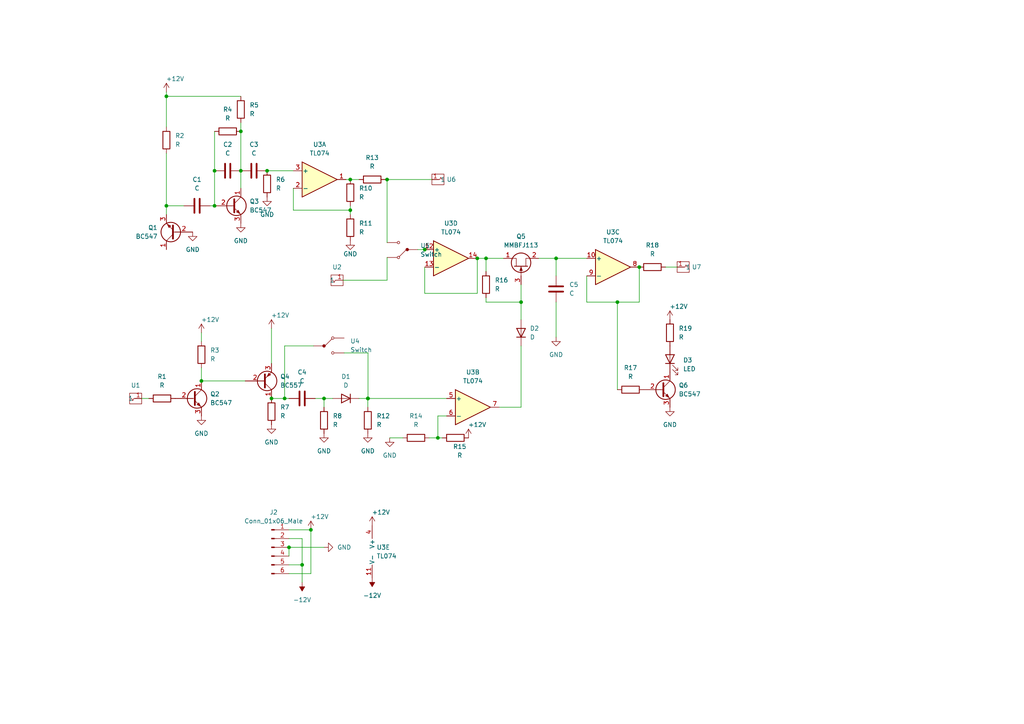
<source format=kicad_sch>
(kicad_sch (version 20211123) (generator eeschema)

  (uuid a4ef1738-75eb-4ce5-9e8e-a1497ae8505b)

  (paper "A4")

  (lib_symbols
    (symbol "Amplifier_Operational:TL074" (pin_names (offset 0.127)) (in_bom yes) (on_board yes)
      (property "Reference" "U" (id 0) (at 0 5.08 0)
        (effects (font (size 1.27 1.27)) (justify left))
      )
      (property "Value" "TL074" (id 1) (at 0 -5.08 0)
        (effects (font (size 1.27 1.27)) (justify left))
      )
      (property "Footprint" "" (id 2) (at -1.27 2.54 0)
        (effects (font (size 1.27 1.27)) hide)
      )
      (property "Datasheet" "http://www.ti.com/lit/ds/symlink/tl071.pdf" (id 3) (at 1.27 5.08 0)
        (effects (font (size 1.27 1.27)) hide)
      )
      (property "ki_locked" "" (id 4) (at 0 0 0)
        (effects (font (size 1.27 1.27)))
      )
      (property "ki_keywords" "quad opamp" (id 5) (at 0 0 0)
        (effects (font (size 1.27 1.27)) hide)
      )
      (property "ki_description" "Quad Low-Noise JFET-Input Operational Amplifiers, DIP-14/SOIC-14" (id 6) (at 0 0 0)
        (effects (font (size 1.27 1.27)) hide)
      )
      (property "ki_fp_filters" "SOIC*3.9x8.7mm*P1.27mm* DIP*W7.62mm* TSSOP*4.4x5mm*P0.65mm* SSOP*5.3x6.2mm*P0.65mm* MSOP*3x3mm*P0.5mm*" (id 7) (at 0 0 0)
        (effects (font (size 1.27 1.27)) hide)
      )
      (symbol "TL074_1_1"
        (polyline
          (pts
            (xy -5.08 5.08)
            (xy 5.08 0)
            (xy -5.08 -5.08)
            (xy -5.08 5.08)
          )
          (stroke (width 0.254) (type default) (color 0 0 0 0))
          (fill (type background))
        )
        (pin output line (at 7.62 0 180) (length 2.54)
          (name "~" (effects (font (size 1.27 1.27))))
          (number "1" (effects (font (size 1.27 1.27))))
        )
        (pin input line (at -7.62 -2.54 0) (length 2.54)
          (name "-" (effects (font (size 1.27 1.27))))
          (number "2" (effects (font (size 1.27 1.27))))
        )
        (pin input line (at -7.62 2.54 0) (length 2.54)
          (name "+" (effects (font (size 1.27 1.27))))
          (number "3" (effects (font (size 1.27 1.27))))
        )
      )
      (symbol "TL074_2_1"
        (polyline
          (pts
            (xy -5.08 5.08)
            (xy 5.08 0)
            (xy -5.08 -5.08)
            (xy -5.08 5.08)
          )
          (stroke (width 0.254) (type default) (color 0 0 0 0))
          (fill (type background))
        )
        (pin input line (at -7.62 2.54 0) (length 2.54)
          (name "+" (effects (font (size 1.27 1.27))))
          (number "5" (effects (font (size 1.27 1.27))))
        )
        (pin input line (at -7.62 -2.54 0) (length 2.54)
          (name "-" (effects (font (size 1.27 1.27))))
          (number "6" (effects (font (size 1.27 1.27))))
        )
        (pin output line (at 7.62 0 180) (length 2.54)
          (name "~" (effects (font (size 1.27 1.27))))
          (number "7" (effects (font (size 1.27 1.27))))
        )
      )
      (symbol "TL074_3_1"
        (polyline
          (pts
            (xy -5.08 5.08)
            (xy 5.08 0)
            (xy -5.08 -5.08)
            (xy -5.08 5.08)
          )
          (stroke (width 0.254) (type default) (color 0 0 0 0))
          (fill (type background))
        )
        (pin input line (at -7.62 2.54 0) (length 2.54)
          (name "+" (effects (font (size 1.27 1.27))))
          (number "10" (effects (font (size 1.27 1.27))))
        )
        (pin output line (at 7.62 0 180) (length 2.54)
          (name "~" (effects (font (size 1.27 1.27))))
          (number "8" (effects (font (size 1.27 1.27))))
        )
        (pin input line (at -7.62 -2.54 0) (length 2.54)
          (name "-" (effects (font (size 1.27 1.27))))
          (number "9" (effects (font (size 1.27 1.27))))
        )
      )
      (symbol "TL074_4_1"
        (polyline
          (pts
            (xy -5.08 5.08)
            (xy 5.08 0)
            (xy -5.08 -5.08)
            (xy -5.08 5.08)
          )
          (stroke (width 0.254) (type default) (color 0 0 0 0))
          (fill (type background))
        )
        (pin input line (at -7.62 2.54 0) (length 2.54)
          (name "+" (effects (font (size 1.27 1.27))))
          (number "12" (effects (font (size 1.27 1.27))))
        )
        (pin input line (at -7.62 -2.54 0) (length 2.54)
          (name "-" (effects (font (size 1.27 1.27))))
          (number "13" (effects (font (size 1.27 1.27))))
        )
        (pin output line (at 7.62 0 180) (length 2.54)
          (name "~" (effects (font (size 1.27 1.27))))
          (number "14" (effects (font (size 1.27 1.27))))
        )
      )
      (symbol "TL074_5_1"
        (pin power_in line (at -2.54 -7.62 90) (length 3.81)
          (name "V-" (effects (font (size 1.27 1.27))))
          (number "11" (effects (font (size 1.27 1.27))))
        )
        (pin power_in line (at -2.54 7.62 270) (length 3.81)
          (name "V+" (effects (font (size 1.27 1.27))))
          (number "4" (effects (font (size 1.27 1.27))))
        )
      )
    )
    (symbol "Connector:Conn_01x06_Male" (pin_names (offset 1.016) hide) (in_bom yes) (on_board yes)
      (property "Reference" "J" (id 0) (at 0 7.62 0)
        (effects (font (size 1.27 1.27)))
      )
      (property "Value" "Conn_01x06_Male" (id 1) (at 0 -10.16 0)
        (effects (font (size 1.27 1.27)))
      )
      (property "Footprint" "" (id 2) (at 0 0 0)
        (effects (font (size 1.27 1.27)) hide)
      )
      (property "Datasheet" "~" (id 3) (at 0 0 0)
        (effects (font (size 1.27 1.27)) hide)
      )
      (property "ki_keywords" "connector" (id 4) (at 0 0 0)
        (effects (font (size 1.27 1.27)) hide)
      )
      (property "ki_description" "Generic connector, single row, 01x06, script generated (kicad-library-utils/schlib/autogen/connector/)" (id 5) (at 0 0 0)
        (effects (font (size 1.27 1.27)) hide)
      )
      (property "ki_fp_filters" "Connector*:*_1x??_*" (id 6) (at 0 0 0)
        (effects (font (size 1.27 1.27)) hide)
      )
      (symbol "Conn_01x06_Male_1_1"
        (polyline
          (pts
            (xy 1.27 -7.62)
            (xy 0.8636 -7.62)
          )
          (stroke (width 0.1524) (type default) (color 0 0 0 0))
          (fill (type none))
        )
        (polyline
          (pts
            (xy 1.27 -5.08)
            (xy 0.8636 -5.08)
          )
          (stroke (width 0.1524) (type default) (color 0 0 0 0))
          (fill (type none))
        )
        (polyline
          (pts
            (xy 1.27 -2.54)
            (xy 0.8636 -2.54)
          )
          (stroke (width 0.1524) (type default) (color 0 0 0 0))
          (fill (type none))
        )
        (polyline
          (pts
            (xy 1.27 0)
            (xy 0.8636 0)
          )
          (stroke (width 0.1524) (type default) (color 0 0 0 0))
          (fill (type none))
        )
        (polyline
          (pts
            (xy 1.27 2.54)
            (xy 0.8636 2.54)
          )
          (stroke (width 0.1524) (type default) (color 0 0 0 0))
          (fill (type none))
        )
        (polyline
          (pts
            (xy 1.27 5.08)
            (xy 0.8636 5.08)
          )
          (stroke (width 0.1524) (type default) (color 0 0 0 0))
          (fill (type none))
        )
        (rectangle (start 0.8636 -7.493) (end 0 -7.747)
          (stroke (width 0.1524) (type default) (color 0 0 0 0))
          (fill (type outline))
        )
        (rectangle (start 0.8636 -4.953) (end 0 -5.207)
          (stroke (width 0.1524) (type default) (color 0 0 0 0))
          (fill (type outline))
        )
        (rectangle (start 0.8636 -2.413) (end 0 -2.667)
          (stroke (width 0.1524) (type default) (color 0 0 0 0))
          (fill (type outline))
        )
        (rectangle (start 0.8636 0.127) (end 0 -0.127)
          (stroke (width 0.1524) (type default) (color 0 0 0 0))
          (fill (type outline))
        )
        (rectangle (start 0.8636 2.667) (end 0 2.413)
          (stroke (width 0.1524) (type default) (color 0 0 0 0))
          (fill (type outline))
        )
        (rectangle (start 0.8636 5.207) (end 0 4.953)
          (stroke (width 0.1524) (type default) (color 0 0 0 0))
          (fill (type outline))
        )
        (pin passive line (at 5.08 5.08 180) (length 3.81)
          (name "Pin_1" (effects (font (size 1.27 1.27))))
          (number "1" (effects (font (size 1.27 1.27))))
        )
        (pin passive line (at 5.08 2.54 180) (length 3.81)
          (name "Pin_2" (effects (font (size 1.27 1.27))))
          (number "2" (effects (font (size 1.27 1.27))))
        )
        (pin passive line (at 5.08 0 180) (length 3.81)
          (name "Pin_3" (effects (font (size 1.27 1.27))))
          (number "3" (effects (font (size 1.27 1.27))))
        )
        (pin passive line (at 5.08 -2.54 180) (length 3.81)
          (name "Pin_4" (effects (font (size 1.27 1.27))))
          (number "4" (effects (font (size 1.27 1.27))))
        )
        (pin passive line (at 5.08 -5.08 180) (length 3.81)
          (name "Pin_5" (effects (font (size 1.27 1.27))))
          (number "5" (effects (font (size 1.27 1.27))))
        )
        (pin passive line (at 5.08 -7.62 180) (length 3.81)
          (name "Pin_6" (effects (font (size 1.27 1.27))))
          (number "6" (effects (font (size 1.27 1.27))))
        )
      )
    )
    (symbol "Device:C" (pin_numbers hide) (pin_names (offset 0.254)) (in_bom yes) (on_board yes)
      (property "Reference" "C" (id 0) (at 0.635 2.54 0)
        (effects (font (size 1.27 1.27)) (justify left))
      )
      (property "Value" "C" (id 1) (at 0.635 -2.54 0)
        (effects (font (size 1.27 1.27)) (justify left))
      )
      (property "Footprint" "" (id 2) (at 0.9652 -3.81 0)
        (effects (font (size 1.27 1.27)) hide)
      )
      (property "Datasheet" "~" (id 3) (at 0 0 0)
        (effects (font (size 1.27 1.27)) hide)
      )
      (property "ki_keywords" "cap capacitor" (id 4) (at 0 0 0)
        (effects (font (size 1.27 1.27)) hide)
      )
      (property "ki_description" "Unpolarized capacitor" (id 5) (at 0 0 0)
        (effects (font (size 1.27 1.27)) hide)
      )
      (property "ki_fp_filters" "C_*" (id 6) (at 0 0 0)
        (effects (font (size 1.27 1.27)) hide)
      )
      (symbol "C_0_1"
        (polyline
          (pts
            (xy -2.032 -0.762)
            (xy 2.032 -0.762)
          )
          (stroke (width 0.508) (type default) (color 0 0 0 0))
          (fill (type none))
        )
        (polyline
          (pts
            (xy -2.032 0.762)
            (xy 2.032 0.762)
          )
          (stroke (width 0.508) (type default) (color 0 0 0 0))
          (fill (type none))
        )
      )
      (symbol "C_1_1"
        (pin passive line (at 0 3.81 270) (length 2.794)
          (name "~" (effects (font (size 1.27 1.27))))
          (number "1" (effects (font (size 1.27 1.27))))
        )
        (pin passive line (at 0 -3.81 90) (length 2.794)
          (name "~" (effects (font (size 1.27 1.27))))
          (number "2" (effects (font (size 1.27 1.27))))
        )
      )
    )
    (symbol "Device:D" (pin_numbers hide) (pin_names (offset 1.016) hide) (in_bom yes) (on_board yes)
      (property "Reference" "D" (id 0) (at 0 2.54 0)
        (effects (font (size 1.27 1.27)))
      )
      (property "Value" "D" (id 1) (at 0 -2.54 0)
        (effects (font (size 1.27 1.27)))
      )
      (property "Footprint" "" (id 2) (at 0 0 0)
        (effects (font (size 1.27 1.27)) hide)
      )
      (property "Datasheet" "~" (id 3) (at 0 0 0)
        (effects (font (size 1.27 1.27)) hide)
      )
      (property "ki_keywords" "diode" (id 4) (at 0 0 0)
        (effects (font (size 1.27 1.27)) hide)
      )
      (property "ki_description" "Diode" (id 5) (at 0 0 0)
        (effects (font (size 1.27 1.27)) hide)
      )
      (property "ki_fp_filters" "TO-???* *_Diode_* *SingleDiode* D_*" (id 6) (at 0 0 0)
        (effects (font (size 1.27 1.27)) hide)
      )
      (symbol "D_0_1"
        (polyline
          (pts
            (xy -1.27 1.27)
            (xy -1.27 -1.27)
          )
          (stroke (width 0.254) (type default) (color 0 0 0 0))
          (fill (type none))
        )
        (polyline
          (pts
            (xy 1.27 0)
            (xy -1.27 0)
          )
          (stroke (width 0) (type default) (color 0 0 0 0))
          (fill (type none))
        )
        (polyline
          (pts
            (xy 1.27 1.27)
            (xy 1.27 -1.27)
            (xy -1.27 0)
            (xy 1.27 1.27)
          )
          (stroke (width 0.254) (type default) (color 0 0 0 0))
          (fill (type none))
        )
      )
      (symbol "D_1_1"
        (pin passive line (at -3.81 0 0) (length 2.54)
          (name "K" (effects (font (size 1.27 1.27))))
          (number "1" (effects (font (size 1.27 1.27))))
        )
        (pin passive line (at 3.81 0 180) (length 2.54)
          (name "A" (effects (font (size 1.27 1.27))))
          (number "2" (effects (font (size 1.27 1.27))))
        )
      )
    )
    (symbol "Device:LED" (pin_numbers hide) (pin_names (offset 1.016) hide) (in_bom yes) (on_board yes)
      (property "Reference" "D" (id 0) (at 0 2.54 0)
        (effects (font (size 1.27 1.27)))
      )
      (property "Value" "LED" (id 1) (at 0 -2.54 0)
        (effects (font (size 1.27 1.27)))
      )
      (property "Footprint" "" (id 2) (at 0 0 0)
        (effects (font (size 1.27 1.27)) hide)
      )
      (property "Datasheet" "~" (id 3) (at 0 0 0)
        (effects (font (size 1.27 1.27)) hide)
      )
      (property "ki_keywords" "LED diode" (id 4) (at 0 0 0)
        (effects (font (size 1.27 1.27)) hide)
      )
      (property "ki_description" "Light emitting diode" (id 5) (at 0 0 0)
        (effects (font (size 1.27 1.27)) hide)
      )
      (property "ki_fp_filters" "LED* LED_SMD:* LED_THT:*" (id 6) (at 0 0 0)
        (effects (font (size 1.27 1.27)) hide)
      )
      (symbol "LED_0_1"
        (polyline
          (pts
            (xy -1.27 -1.27)
            (xy -1.27 1.27)
          )
          (stroke (width 0.254) (type default) (color 0 0 0 0))
          (fill (type none))
        )
        (polyline
          (pts
            (xy -1.27 0)
            (xy 1.27 0)
          )
          (stroke (width 0) (type default) (color 0 0 0 0))
          (fill (type none))
        )
        (polyline
          (pts
            (xy 1.27 -1.27)
            (xy 1.27 1.27)
            (xy -1.27 0)
            (xy 1.27 -1.27)
          )
          (stroke (width 0.254) (type default) (color 0 0 0 0))
          (fill (type none))
        )
        (polyline
          (pts
            (xy -3.048 -0.762)
            (xy -4.572 -2.286)
            (xy -3.81 -2.286)
            (xy -4.572 -2.286)
            (xy -4.572 -1.524)
          )
          (stroke (width 0) (type default) (color 0 0 0 0))
          (fill (type none))
        )
        (polyline
          (pts
            (xy -1.778 -0.762)
            (xy -3.302 -2.286)
            (xy -2.54 -2.286)
            (xy -3.302 -2.286)
            (xy -3.302 -1.524)
          )
          (stroke (width 0) (type default) (color 0 0 0 0))
          (fill (type none))
        )
      )
      (symbol "LED_1_1"
        (pin passive line (at -3.81 0 0) (length 2.54)
          (name "K" (effects (font (size 1.27 1.27))))
          (number "1" (effects (font (size 1.27 1.27))))
        )
        (pin passive line (at 3.81 0 180) (length 2.54)
          (name "A" (effects (font (size 1.27 1.27))))
          (number "2" (effects (font (size 1.27 1.27))))
        )
      )
    )
    (symbol "Device:R" (pin_numbers hide) (pin_names (offset 0)) (in_bom yes) (on_board yes)
      (property "Reference" "R" (id 0) (at 2.032 0 90)
        (effects (font (size 1.27 1.27)))
      )
      (property "Value" "R" (id 1) (at 0 0 90)
        (effects (font (size 1.27 1.27)))
      )
      (property "Footprint" "" (id 2) (at -1.778 0 90)
        (effects (font (size 1.27 1.27)) hide)
      )
      (property "Datasheet" "~" (id 3) (at 0 0 0)
        (effects (font (size 1.27 1.27)) hide)
      )
      (property "ki_keywords" "R res resistor" (id 4) (at 0 0 0)
        (effects (font (size 1.27 1.27)) hide)
      )
      (property "ki_description" "Resistor" (id 5) (at 0 0 0)
        (effects (font (size 1.27 1.27)) hide)
      )
      (property "ki_fp_filters" "R_*" (id 6) (at 0 0 0)
        (effects (font (size 1.27 1.27)) hide)
      )
      (symbol "R_0_1"
        (rectangle (start -1.016 -2.54) (end 1.016 2.54)
          (stroke (width 0.254) (type default) (color 0 0 0 0))
          (fill (type none))
        )
      )
      (symbol "R_1_1"
        (pin passive line (at 0 3.81 270) (length 1.27)
          (name "~" (effects (font (size 1.27 1.27))))
          (number "1" (effects (font (size 1.27 1.27))))
        )
        (pin passive line (at 0 -3.81 90) (length 1.27)
          (name "~" (effects (font (size 1.27 1.27))))
          (number "2" (effects (font (size 1.27 1.27))))
        )
      )
    )
    (symbol "HEJ:Aux_flush" (in_bom yes) (on_board yes)
      (property "Reference" "U" (id 0) (at -0.0508 5.3848 0)
        (effects (font (size 1.27 1.27)))
      )
      (property "Value" "Aux_flush" (id 1) (at 0 3.5052 0)
        (effects (font (size 1.27 1.27)) hide)
      )
      (property "Footprint" "" (id 2) (at 0 0 0)
        (effects (font (size 1.27 1.27)) hide)
      )
      (property "Datasheet" "" (id 3) (at 0 0 0)
        (effects (font (size 1.27 1.27)) hide)
      )
      (symbol "Aux_flush_0_1"
        (rectangle (start -1.778 1.524) (end 1.7272 -1.5748)
          (stroke (width 0) (type default) (color 0 0 0 0))
          (fill (type none))
        )
        (polyline
          (pts
            (xy -1.2192 0.0508)
            (xy -0.8636 -0.6604)
            (xy -0.5588 0)
            (xy 1.6764 0)
          )
          (stroke (width 0) (type default) (color 0 0 0 0))
          (fill (type none))
        )
      )
      (symbol "Aux_flush_1_1"
        (pin bidirectional line (at 1.7272 0 180) (length 2)
          (name "1" (effects (font (size 1.27 1.27))))
          (number "1" (effects (font (size 1.27 1.27))))
        )
      )
    )
    (symbol "HEJ:Switch" (in_bom yes) (on_board yes)
      (property "Reference" "U" (id 0) (at 0 4.318 0)
        (effects (font (size 1.27 1.27)))
      )
      (property "Value" "Switch" (id 1) (at 0 -6.096 0)
        (effects (font (size 1.27 1.27)))
      )
      (property "Footprint" "pretties:Switch" (id 2) (at 0.508 -7.366 0)
        (effects (font (size 1.27 1.27)) hide)
      )
      (property "Datasheet" "" (id 3) (at 0 0 0)
        (effects (font (size 1.27 1.27)) hide)
      )
      (symbol "Switch_0_1"
        (polyline
          (pts
            (xy 0 0)
            (xy -3.048 0)
          )
          (stroke (width 0) (type default) (color 0 0 0 0))
          (fill (type none))
        )
        (polyline
          (pts
            (xy 0.254 0)
            (xy 2.286 2.032)
          )
          (stroke (width 0) (type default) (color 0 0 0 0))
          (fill (type none))
        )
        (polyline
          (pts
            (xy 3.048 -2.032)
            (xy 5.842 -2.032)
          )
          (stroke (width 0) (type default) (color 0 0 0 0))
          (fill (type none))
        )
        (polyline
          (pts
            (xy 3.048 2.286)
            (xy 5.842 2.286)
          )
          (stroke (width 0) (type default) (color 0 0 0 0))
          (fill (type none))
        )
        (circle (center 0 0) (radius 0.3965)
          (stroke (width 0) (type default) (color 0 0 0 0))
          (fill (type outline))
        )
        (circle (center 2.54 -2.032) (radius 0.3592)
          (stroke (width 0) (type default) (color 0 0 0 0))
          (fill (type none))
        )
        (circle (center 2.54 2.286) (radius 0.3592)
          (stroke (width 0) (type default) (color 0 0 0 0))
          (fill (type none))
        )
      )
      (symbol "Switch_1_1"
        (pin input line (at 5.842 2.286 180) (length 2.54) hide
          (name "1" (effects (font (size 1.27 1.27))))
          (number "1" (effects (font (size 1.27 1.27))))
        )
        (pin input line (at -3.048 0 0) (length 2.54) hide
          (name "2" (effects (font (size 1.27 1.27))))
          (number "2" (effects (font (size 1.27 1.27))))
        )
        (pin input line (at 5.842 -2.032 180) (length 2.54) hide
          (name "3" (effects (font (size 1.27 1.27))))
          (number "3" (effects (font (size 1.27 1.27))))
        )
      )
    )
    (symbol "Transistor_BJT:BC547" (pin_names (offset 0) hide) (in_bom yes) (on_board yes)
      (property "Reference" "Q" (id 0) (at 5.08 1.905 0)
        (effects (font (size 1.27 1.27)) (justify left))
      )
      (property "Value" "BC547" (id 1) (at 5.08 0 0)
        (effects (font (size 1.27 1.27)) (justify left))
      )
      (property "Footprint" "Package_TO_SOT_THT:TO-92_Inline" (id 2) (at 5.08 -1.905 0)
        (effects (font (size 1.27 1.27) italic) (justify left) hide)
      )
      (property "Datasheet" "https://www.onsemi.com/pub/Collateral/BC550-D.pdf" (id 3) (at 0 0 0)
        (effects (font (size 1.27 1.27)) (justify left) hide)
      )
      (property "ki_keywords" "NPN Transistor" (id 4) (at 0 0 0)
        (effects (font (size 1.27 1.27)) hide)
      )
      (property "ki_description" "0.1A Ic, 45V Vce, Small Signal NPN Transistor, TO-92" (id 5) (at 0 0 0)
        (effects (font (size 1.27 1.27)) hide)
      )
      (property "ki_fp_filters" "TO?92*" (id 6) (at 0 0 0)
        (effects (font (size 1.27 1.27)) hide)
      )
      (symbol "BC547_0_1"
        (polyline
          (pts
            (xy 0 0)
            (xy 0.635 0)
          )
          (stroke (width 0) (type default) (color 0 0 0 0))
          (fill (type none))
        )
        (polyline
          (pts
            (xy 0.635 0.635)
            (xy 2.54 2.54)
          )
          (stroke (width 0) (type default) (color 0 0 0 0))
          (fill (type none))
        )
        (polyline
          (pts
            (xy 0.635 -0.635)
            (xy 2.54 -2.54)
            (xy 2.54 -2.54)
          )
          (stroke (width 0) (type default) (color 0 0 0 0))
          (fill (type none))
        )
        (polyline
          (pts
            (xy 0.635 1.905)
            (xy 0.635 -1.905)
            (xy 0.635 -1.905)
          )
          (stroke (width 0.508) (type default) (color 0 0 0 0))
          (fill (type none))
        )
        (polyline
          (pts
            (xy 1.27 -1.778)
            (xy 1.778 -1.27)
            (xy 2.286 -2.286)
            (xy 1.27 -1.778)
            (xy 1.27 -1.778)
          )
          (stroke (width 0) (type default) (color 0 0 0 0))
          (fill (type outline))
        )
        (circle (center 1.27 0) (radius 2.8194)
          (stroke (width 0.254) (type default) (color 0 0 0 0))
          (fill (type none))
        )
      )
      (symbol "BC547_1_1"
        (pin passive line (at 2.54 5.08 270) (length 2.54)
          (name "C" (effects (font (size 1.27 1.27))))
          (number "1" (effects (font (size 1.27 1.27))))
        )
        (pin input line (at -5.08 0 0) (length 5.08)
          (name "B" (effects (font (size 1.27 1.27))))
          (number "2" (effects (font (size 1.27 1.27))))
        )
        (pin passive line (at 2.54 -5.08 90) (length 2.54)
          (name "E" (effects (font (size 1.27 1.27))))
          (number "3" (effects (font (size 1.27 1.27))))
        )
      )
    )
    (symbol "Transistor_BJT:BC557" (pin_names (offset 0) hide) (in_bom yes) (on_board yes)
      (property "Reference" "Q" (id 0) (at 5.08 1.905 0)
        (effects (font (size 1.27 1.27)) (justify left))
      )
      (property "Value" "BC557" (id 1) (at 5.08 0 0)
        (effects (font (size 1.27 1.27)) (justify left))
      )
      (property "Footprint" "Package_TO_SOT_THT:TO-92_Inline" (id 2) (at 5.08 -1.905 0)
        (effects (font (size 1.27 1.27) italic) (justify left) hide)
      )
      (property "Datasheet" "https://www.onsemi.com/pub/Collateral/BC556BTA-D.pdf" (id 3) (at 0 0 0)
        (effects (font (size 1.27 1.27)) (justify left) hide)
      )
      (property "ki_keywords" "PNP Transistor" (id 4) (at 0 0 0)
        (effects (font (size 1.27 1.27)) hide)
      )
      (property "ki_description" "0.1A Ic, 45V Vce, PNP Small Signal Transistor, TO-92" (id 5) (at 0 0 0)
        (effects (font (size 1.27 1.27)) hide)
      )
      (property "ki_fp_filters" "TO?92*" (id 6) (at 0 0 0)
        (effects (font (size 1.27 1.27)) hide)
      )
      (symbol "BC557_0_1"
        (polyline
          (pts
            (xy 0.635 0.635)
            (xy 2.54 2.54)
          )
          (stroke (width 0) (type default) (color 0 0 0 0))
          (fill (type none))
        )
        (polyline
          (pts
            (xy 0.635 -0.635)
            (xy 2.54 -2.54)
            (xy 2.54 -2.54)
          )
          (stroke (width 0) (type default) (color 0 0 0 0))
          (fill (type none))
        )
        (polyline
          (pts
            (xy 0.635 1.905)
            (xy 0.635 -1.905)
            (xy 0.635 -1.905)
          )
          (stroke (width 0.508) (type default) (color 0 0 0 0))
          (fill (type none))
        )
        (polyline
          (pts
            (xy 2.286 -1.778)
            (xy 1.778 -2.286)
            (xy 1.27 -1.27)
            (xy 2.286 -1.778)
            (xy 2.286 -1.778)
          )
          (stroke (width 0) (type default) (color 0 0 0 0))
          (fill (type outline))
        )
        (circle (center 1.27 0) (radius 2.8194)
          (stroke (width 0.254) (type default) (color 0 0 0 0))
          (fill (type none))
        )
      )
      (symbol "BC557_1_1"
        (pin passive line (at 2.54 5.08 270) (length 2.54)
          (name "C" (effects (font (size 1.27 1.27))))
          (number "1" (effects (font (size 1.27 1.27))))
        )
        (pin input line (at -5.08 0 0) (length 5.715)
          (name "B" (effects (font (size 1.27 1.27))))
          (number "2" (effects (font (size 1.27 1.27))))
        )
        (pin passive line (at 2.54 -5.08 90) (length 2.54)
          (name "E" (effects (font (size 1.27 1.27))))
          (number "3" (effects (font (size 1.27 1.27))))
        )
      )
    )
    (symbol "Transistor_FET:MMBFJ113" (pin_names hide) (in_bom yes) (on_board yes)
      (property "Reference" "Q" (id 0) (at 5.08 1.905 0)
        (effects (font (size 1.27 1.27)) (justify left))
      )
      (property "Value" "MMBFJ113" (id 1) (at 5.08 0 0)
        (effects (font (size 1.27 1.27)) (justify left))
      )
      (property "Footprint" "Package_TO_SOT_SMD:SOT-23" (id 2) (at 5.08 -1.905 0)
        (effects (font (size 1.27 1.27) italic) (justify left) hide)
      )
      (property "Datasheet" "https://www.onsemi.com/pub/Collateral/MMBFJ113-D.PDF" (id 3) (at 0 0 0)
        (effects (font (size 1.27 1.27)) (justify left) hide)
      )
      (property "ki_keywords" "N-Channel FET Transistor" (id 4) (at 0 0 0)
        (effects (font (size 1.27 1.27)) hide)
      )
      (property "ki_description" "2mA min, 35V, 100mOhm max, 0.5-3V Vgs(off), N-Channel JFET, SOT-23" (id 5) (at 0 0 0)
        (effects (font (size 1.27 1.27)) hide)
      )
      (property "ki_fp_filters" "SOT?23*" (id 6) (at 0 0 0)
        (effects (font (size 1.27 1.27)) hide)
      )
      (symbol "MMBFJ113_0_1"
        (polyline
          (pts
            (xy 0.254 0)
            (xy -2.54 0)
          )
          (stroke (width 0) (type default) (color 0 0 0 0))
          (fill (type none))
        )
        (polyline
          (pts
            (xy 0.254 1.905)
            (xy 0.254 -1.905)
          )
          (stroke (width 0.254) (type default) (color 0 0 0 0))
          (fill (type none))
        )
        (polyline
          (pts
            (xy 2.54 -2.54)
            (xy 2.54 -1.397)
            (xy 0.254 -1.397)
          )
          (stroke (width 0) (type default) (color 0 0 0 0))
          (fill (type none))
        )
        (polyline
          (pts
            (xy 2.54 2.54)
            (xy 2.54 1.397)
            (xy 0.254 1.397)
          )
          (stroke (width 0) (type default) (color 0 0 0 0))
          (fill (type none))
        )
        (polyline
          (pts
            (xy 0 0)
            (xy -1.016 0.381)
            (xy -1.016 -0.381)
            (xy 0 0)
          )
          (stroke (width 0) (type default) (color 0 0 0 0))
          (fill (type outline))
        )
        (circle (center 1.27 0) (radius 2.8194)
          (stroke (width 0.254) (type default) (color 0 0 0 0))
          (fill (type none))
        )
      )
      (symbol "MMBFJ113_1_1"
        (pin passive line (at 2.54 5.08 270) (length 2.54)
          (name "D" (effects (font (size 1.27 1.27))))
          (number "1" (effects (font (size 1.27 1.27))))
        )
        (pin passive line (at 2.54 -5.08 90) (length 2.54)
          (name "S" (effects (font (size 1.27 1.27))))
          (number "2" (effects (font (size 1.27 1.27))))
        )
        (pin input line (at -5.08 0 0) (length 2.54)
          (name "G" (effects (font (size 1.27 1.27))))
          (number "3" (effects (font (size 1.27 1.27))))
        )
      )
    )
    (symbol "power:+12V" (power) (pin_names (offset 0)) (in_bom yes) (on_board yes)
      (property "Reference" "#PWR" (id 0) (at 0 -3.81 0)
        (effects (font (size 1.27 1.27)) hide)
      )
      (property "Value" "+12V" (id 1) (at 0 3.556 0)
        (effects (font (size 1.27 1.27)))
      )
      (property "Footprint" "" (id 2) (at 0 0 0)
        (effects (font (size 1.27 1.27)) hide)
      )
      (property "Datasheet" "" (id 3) (at 0 0 0)
        (effects (font (size 1.27 1.27)) hide)
      )
      (property "ki_keywords" "power-flag" (id 4) (at 0 0 0)
        (effects (font (size 1.27 1.27)) hide)
      )
      (property "ki_description" "Power symbol creates a global label with name \"+12V\"" (id 5) (at 0 0 0)
        (effects (font (size 1.27 1.27)) hide)
      )
      (symbol "+12V_0_1"
        (polyline
          (pts
            (xy -0.762 1.27)
            (xy 0 2.54)
          )
          (stroke (width 0) (type default) (color 0 0 0 0))
          (fill (type none))
        )
        (polyline
          (pts
            (xy 0 0)
            (xy 0 2.54)
          )
          (stroke (width 0) (type default) (color 0 0 0 0))
          (fill (type none))
        )
        (polyline
          (pts
            (xy 0 2.54)
            (xy 0.762 1.27)
          )
          (stroke (width 0) (type default) (color 0 0 0 0))
          (fill (type none))
        )
      )
      (symbol "+12V_1_1"
        (pin power_in line (at 0 0 90) (length 0) hide
          (name "+12V" (effects (font (size 1.27 1.27))))
          (number "1" (effects (font (size 1.27 1.27))))
        )
      )
    )
    (symbol "power:-12V" (power) (pin_names (offset 0)) (in_bom yes) (on_board yes)
      (property "Reference" "#PWR" (id 0) (at 0 2.54 0)
        (effects (font (size 1.27 1.27)) hide)
      )
      (property "Value" "-12V" (id 1) (at 0 3.81 0)
        (effects (font (size 1.27 1.27)))
      )
      (property "Footprint" "" (id 2) (at 0 0 0)
        (effects (font (size 1.27 1.27)) hide)
      )
      (property "Datasheet" "" (id 3) (at 0 0 0)
        (effects (font (size 1.27 1.27)) hide)
      )
      (property "ki_keywords" "power-flag" (id 4) (at 0 0 0)
        (effects (font (size 1.27 1.27)) hide)
      )
      (property "ki_description" "Power symbol creates a global label with name \"-12V\"" (id 5) (at 0 0 0)
        (effects (font (size 1.27 1.27)) hide)
      )
      (symbol "-12V_0_0"
        (pin power_in line (at 0 0 90) (length 0) hide
          (name "-12V" (effects (font (size 1.27 1.27))))
          (number "1" (effects (font (size 1.27 1.27))))
        )
      )
      (symbol "-12V_0_1"
        (polyline
          (pts
            (xy 0 0)
            (xy 0 1.27)
            (xy 0.762 1.27)
            (xy 0 2.54)
            (xy -0.762 1.27)
            (xy 0 1.27)
          )
          (stroke (width 0) (type default) (color 0 0 0 0))
          (fill (type outline))
        )
      )
    )
    (symbol "power:GND" (power) (pin_names (offset 0)) (in_bom yes) (on_board yes)
      (property "Reference" "#PWR" (id 0) (at 0 -6.35 0)
        (effects (font (size 1.27 1.27)) hide)
      )
      (property "Value" "GND" (id 1) (at 0 -3.81 0)
        (effects (font (size 1.27 1.27)))
      )
      (property "Footprint" "" (id 2) (at 0 0 0)
        (effects (font (size 1.27 1.27)) hide)
      )
      (property "Datasheet" "" (id 3) (at 0 0 0)
        (effects (font (size 1.27 1.27)) hide)
      )
      (property "ki_keywords" "power-flag" (id 4) (at 0 0 0)
        (effects (font (size 1.27 1.27)) hide)
      )
      (property "ki_description" "Power symbol creates a global label with name \"GND\" , ground" (id 5) (at 0 0 0)
        (effects (font (size 1.27 1.27)) hide)
      )
      (symbol "GND_0_1"
        (polyline
          (pts
            (xy 0 0)
            (xy 0 -1.27)
            (xy 1.27 -1.27)
            (xy 0 -2.54)
            (xy -1.27 -1.27)
            (xy 0 -1.27)
          )
          (stroke (width 0) (type default) (color 0 0 0 0))
          (fill (type none))
        )
      )
      (symbol "GND_1_1"
        (pin power_in line (at 0 0 270) (length 0) hide
          (name "GND" (effects (font (size 1.27 1.27))))
          (number "1" (effects (font (size 1.27 1.27))))
        )
      )
    )
  )

  (junction (at 62.23 59.69) (diameter 0) (color 0 0 0 0)
    (uuid 0bf0e0b1-0c83-410c-b6d4-a91c8e5c5946)
  )
  (junction (at 127 127) (diameter 0) (color 0 0 0 0)
    (uuid 2b13c471-e8e0-48c9-b4d4-92cb577f89c0)
  )
  (junction (at 101.6 52.07) (diameter 0) (color 0 0 0 0)
    (uuid 35e76272-ce3e-4631-a6c3-4051925f8698)
  )
  (junction (at 106.7365 115.57) (diameter 0) (color 0 0 0 0)
    (uuid 485a3c0f-a5d8-47cc-90ca-0069ee0b4400)
  )
  (junction (at 161.29 74.93) (diameter 0) (color 0 0 0 0)
    (uuid 4baa5d91-4292-4f22-8079-757ae68be2f7)
  )
  (junction (at 69.85 38.1) (diameter 0) (color 0 0 0 0)
    (uuid 5f5e6c18-5d54-495f-94f5-82b0e961e953)
  )
  (junction (at 83.82 158.75) (diameter 0) (color 0 0 0 0)
    (uuid 7da13d4c-2768-4e8c-b882-2e998e72a8dc)
  )
  (junction (at 185.42 77.47) (diameter 0) (color 0 0 0 0)
    (uuid 7e95435e-9a3d-4da3-92b2-9816bfaf72e6)
  )
  (junction (at 140.97 74.93) (diameter 0) (color 0 0 0 0)
    (uuid 893af0bd-d1bd-489f-aa3d-06a1739ec245)
  )
  (junction (at 78.74 115.57) (diameter 0) (color 0 0 0 0)
    (uuid 89d6652a-38be-4634-bbdc-9df3583c2ff8)
  )
  (junction (at 87.63 163.83) (diameter 0) (color 0 0 0 0)
    (uuid 9c3996ed-08d5-4297-8a33-2487dbfb4a4d)
  )
  (junction (at 48.26 59.69) (diameter 0) (color 0 0 0 0)
    (uuid 9ec1bb7e-0790-498a-9c7e-deabbcde67d8)
  )
  (junction (at 48.26 27.94) (diameter 0) (color 0 0 0 0)
    (uuid a81a9321-07e1-4015-8db8-2db3793164fe)
  )
  (junction (at 90.17 153.67) (diameter 0) (color 0 0 0 0)
    (uuid a89a992c-bb1d-4d0b-985b-684a2fb33cdf)
  )
  (junction (at 101.6 60.96) (diameter 0) (color 0 0 0 0)
    (uuid b557a1fa-97e7-4813-b691-ac3bf33c66fb)
  )
  (junction (at 179.07 87.63) (diameter 0) (color 0 0 0 0)
    (uuid bd98404d-7207-4664-96d1-a389a0d826df)
  )
  (junction (at 69.85 49.53) (diameter 0) (color 0 0 0 0)
    (uuid cc21cd15-6292-4f15-b4c2-fc53155c88f8)
  )
  (junction (at 112.268 52.07) (diameter 0) (color 0 0 0 0)
    (uuid cf517466-957e-4d49-9807-d34150d83532)
  )
  (junction (at 93.98 115.57) (diameter 0) (color 0 0 0 0)
    (uuid d694a9f0-f77d-487d-a905-d9ca30d880e0)
  )
  (junction (at 58.42 110.49) (diameter 0) (color 0 0 0 0)
    (uuid d8fed268-0eba-4c49-94cb-a246769b38d8)
  )
  (junction (at 82.55 115.57) (diameter 0) (color 0 0 0 0)
    (uuid dd860e8f-ba42-45a4-b1af-ca5e9ca77d27)
  )
  (junction (at 138.43 74.93) (diameter 0) (color 0 0 0 0)
    (uuid de6978f4-09ab-4f43-8785-2ee10514ecb0)
  )
  (junction (at 106.68 115.57) (diameter 0) (color 0 0 0 0)
    (uuid e317094b-ba51-4b22-bf1d-c138ff8b84eb)
  )
  (junction (at 123.19 72.39) (diameter 0) (color 0 0 0 0)
    (uuid ea6b4972-8c72-483c-a23c-539032737d55)
  )
  (junction (at 77.47 49.53) (diameter 0) (color 0 0 0 0)
    (uuid f411829e-2939-46af-9a72-5afb5fb4a652)
  )
  (junction (at 62.23 49.53) (diameter 0) (color 0 0 0 0)
    (uuid f9b1cba9-c343-4d2c-9676-701c79392751)
  )
  (junction (at 151.13 87.63) (diameter 0) (color 0 0 0 0)
    (uuid fe97f64d-182e-4c7e-a7f3-97159b6c14c5)
  )

  (wire (pts (xy 85.09 60.96) (xy 101.6 60.96))
    (stroke (width 0) (type default) (color 0 0 0 0))
    (uuid 05483297-773a-4c15-bf42-4349286c5d80)
  )
  (wire (pts (xy 83.82 166.37) (xy 90.17 166.37))
    (stroke (width 0) (type default) (color 0 0 0 0))
    (uuid 0b69cfee-2b1c-41b3-8566-3f6fb4edaf9d)
  )
  (wire (pts (xy 138.43 74.93) (xy 140.97 74.93))
    (stroke (width 0) (type default) (color 0 0 0 0))
    (uuid 0bde353c-ec3e-4b06-8ac8-66ccd6d34432)
  )
  (wire (pts (xy 170.18 87.63) (xy 179.07 87.63))
    (stroke (width 0) (type default) (color 0 0 0 0))
    (uuid 11f9902c-82d0-4aa2-ad8a-61aca38b95bc)
  )
  (wire (pts (xy 161.29 74.93) (xy 170.18 74.93))
    (stroke (width 0) (type default) (color 0 0 0 0))
    (uuid 16875581-1edb-4455-aebb-e2b109ca4696)
  )
  (wire (pts (xy 161.29 80.01) (xy 161.29 74.93))
    (stroke (width 0) (type default) (color 0 0 0 0))
    (uuid 198fd543-3c45-492a-b29b-1c299deca4b0)
  )
  (wire (pts (xy 101.6 60.96) (xy 101.6 62.23))
    (stroke (width 0) (type default) (color 0 0 0 0))
    (uuid 1a713cf2-465d-4840-889e-86162b6447c4)
  )
  (wire (pts (xy 99.822 102.362) (xy 106.7365 102.362))
    (stroke (width 0) (type default) (color 0 0 0 0))
    (uuid 1e234da8-98fa-448e-a349-96cbbaf5ce49)
  )
  (wire (pts (xy 104.14 115.57) (xy 106.68 115.57))
    (stroke (width 0) (type default) (color 0 0 0 0))
    (uuid 1e9e746b-0e9f-46fa-8db7-33fecf62d1a1)
  )
  (wire (pts (xy 83.82 158.75) (xy 93.98 158.75))
    (stroke (width 0) (type default) (color 0 0 0 0))
    (uuid 1fbc6b6f-0357-445a-8a2a-cd605ec11b8a)
  )
  (wire (pts (xy 127 127) (xy 127 120.65))
    (stroke (width 0) (type default) (color 0 0 0 0))
    (uuid 20bc7dab-5ba7-43c2-8169-914009a5785d)
  )
  (wire (pts (xy 48.26 27.94) (xy 48.26 36.83))
    (stroke (width 0) (type default) (color 0 0 0 0))
    (uuid 234d5be0-7733-4075-9084-44f74cace1c8)
  )
  (wire (pts (xy 87.63 163.83) (xy 83.82 163.83))
    (stroke (width 0) (type default) (color 0 0 0 0))
    (uuid 25017448-25b3-4ec8-9db4-a6d8451325c3)
  )
  (wire (pts (xy 112.268 81.28) (xy 112.268 74.676))
    (stroke (width 0) (type default) (color 0 0 0 0))
    (uuid 27b8dc84-e736-45a9-b418-a817e8425d52)
  )
  (wire (pts (xy 62.23 49.53) (xy 62.23 59.69))
    (stroke (width 0) (type default) (color 0 0 0 0))
    (uuid 2ab6fb87-e3ea-4d3d-9255-d5643ec3f9c2)
  )
  (wire (pts (xy 58.42 96.52) (xy 58.42 99.06))
    (stroke (width 0) (type default) (color 0 0 0 0))
    (uuid 2acecf8f-505d-4839-ae7d-3413163b9f53)
  )
  (wire (pts (xy 106.7365 115.57) (xy 129.54 115.57))
    (stroke (width 0) (type default) (color 0 0 0 0))
    (uuid 2d0b86e5-9c73-4e4d-ac28-95260825664a)
  )
  (wire (pts (xy 112.268 52.07) (xy 112.268 70.358))
    (stroke (width 0) (type default) (color 0 0 0 0))
    (uuid 2f9cbd72-572e-4a27-a2d1-9f7d9197117d)
  )
  (wire (pts (xy 62.23 59.69) (xy 60.96 59.69))
    (stroke (width 0) (type default) (color 0 0 0 0))
    (uuid 33216830-343f-4f24-9505-10d11df6436e)
  )
  (wire (pts (xy 138.43 85.09) (xy 123.19 85.09))
    (stroke (width 0) (type default) (color 0 0 0 0))
    (uuid 33e4ae85-0bb8-4d45-a7b7-036894b8b0ea)
  )
  (wire (pts (xy 151.13 118.11) (xy 151.13 100.33))
    (stroke (width 0) (type default) (color 0 0 0 0))
    (uuid 38ba3f83-50e4-4933-a567-d577c6920469)
  )
  (wire (pts (xy 90.17 153.67) (xy 90.17 166.37))
    (stroke (width 0) (type default) (color 0 0 0 0))
    (uuid 38f5a04e-43f2-4723-b8c8-4228b7b45a2d)
  )
  (wire (pts (xy 127 120.65) (xy 129.54 120.65))
    (stroke (width 0) (type default) (color 0 0 0 0))
    (uuid 3c2e7807-323a-4240-802b-9d9ff4f95db6)
  )
  (wire (pts (xy 83.82 153.67) (xy 90.17 153.67))
    (stroke (width 0) (type default) (color 0 0 0 0))
    (uuid 439fa7fe-0064-4590-bfec-3274e6207568)
  )
  (wire (pts (xy 85.09 54.61) (xy 85.09 60.96))
    (stroke (width 0) (type default) (color 0 0 0 0))
    (uuid 468df8e9-b8ca-4805-94f8-e685fce4209f)
  )
  (wire (pts (xy 179.07 87.63) (xy 179.07 113.03))
    (stroke (width 0) (type default) (color 0 0 0 0))
    (uuid 4e7d247c-cacc-47f5-b2ac-9c631fa1ebc2)
  )
  (wire (pts (xy 106.7365 102.362) (xy 106.7365 115.57))
    (stroke (width 0) (type default) (color 0 0 0 0))
    (uuid 54c3c525-ca53-4c27-9aa5-7b69828da089)
  )
  (wire (pts (xy 151.13 87.63) (xy 151.13 92.71))
    (stroke (width 0) (type default) (color 0 0 0 0))
    (uuid 56c201bc-695d-4661-b0aa-aba37cbe1e54)
  )
  (wire (pts (xy 140.97 74.93) (xy 140.97 78.74))
    (stroke (width 0) (type default) (color 0 0 0 0))
    (uuid 5cacd0f5-2581-4e35-b46e-0f6092f5db76)
  )
  (wire (pts (xy 82.55 115.57) (xy 83.82 115.57))
    (stroke (width 0) (type default) (color 0 0 0 0))
    (uuid 5f46e5be-5aa6-4407-bf4a-2962bb844526)
  )
  (wire (pts (xy 112.268 52.07) (xy 125.2728 52.07))
    (stroke (width 0) (type default) (color 0 0 0 0))
    (uuid 633877ad-3fda-484b-bdd2-25c7b3c996b3)
  )
  (wire (pts (xy 78.74 115.57) (xy 82.55 115.57))
    (stroke (width 0) (type default) (color 0 0 0 0))
    (uuid 6354f808-bc60-4cb4-80e4-038b5cb01603)
  )
  (wire (pts (xy 140.97 87.63) (xy 151.13 87.63))
    (stroke (width 0) (type default) (color 0 0 0 0))
    (uuid 6426776e-79a5-4117-b175-32a3a0d8f2f2)
  )
  (wire (pts (xy 161.29 74.93) (xy 156.21 74.93))
    (stroke (width 0) (type default) (color 0 0 0 0))
    (uuid 6589be81-a574-4f9a-ad7c-33b70ec5c022)
  )
  (wire (pts (xy 116.84 127) (xy 113.03 127))
    (stroke (width 0) (type default) (color 0 0 0 0))
    (uuid 663d5c46-2cd1-44ba-acb9-38f589f2119c)
  )
  (wire (pts (xy 78.74 95.25) (xy 78.74 105.41))
    (stroke (width 0) (type default) (color 0 0 0 0))
    (uuid 6a8e05de-db0a-4c96-aa4e-a5460518d1ba)
  )
  (wire (pts (xy 179.07 87.63) (xy 185.42 87.63))
    (stroke (width 0) (type default) (color 0 0 0 0))
    (uuid 7093bfe1-a9ef-4eae-8c8c-2045b9eeb55a)
  )
  (wire (pts (xy 82.55 115.57) (xy 82.55 100.33))
    (stroke (width 0) (type default) (color 0 0 0 0))
    (uuid 74529769-4a6f-44d4-a848-cd7dee9732aa)
  )
  (wire (pts (xy 82.55 100.33) (xy 90.932 100.33))
    (stroke (width 0) (type default) (color 0 0 0 0))
    (uuid 761f1b66-ec6c-40b4-bbce-b47bc4b431a5)
  )
  (wire (pts (xy 151.13 82.55) (xy 151.13 87.63))
    (stroke (width 0) (type default) (color 0 0 0 0))
    (uuid 77c8b998-fd18-42c2-b4cf-b9724ebcec2a)
  )
  (wire (pts (xy 127 127) (xy 128.27 127))
    (stroke (width 0) (type default) (color 0 0 0 0))
    (uuid 79b8d31e-71bc-48e3-a036-c79f3411ada0)
  )
  (wire (pts (xy 193.04 77.47) (xy 196.3928 77.47))
    (stroke (width 0) (type default) (color 0 0 0 0))
    (uuid 7bc5ed2f-4117-4312-9462-77c51517fa5a)
  )
  (wire (pts (xy 69.85 38.1) (xy 69.85 49.53))
    (stroke (width 0) (type default) (color 0 0 0 0))
    (uuid 7d222ab5-34b2-4370-8a4b-3d2eb610d211)
  )
  (wire (pts (xy 144.78 118.11) (xy 151.13 118.11))
    (stroke (width 0) (type default) (color 0 0 0 0))
    (uuid 7d62503b-a920-426a-8455-74981bc61b39)
  )
  (wire (pts (xy 100.33 52.07) (xy 101.6 52.07))
    (stroke (width 0) (type default) (color 0 0 0 0))
    (uuid 8199be4d-bdd8-40d4-b16a-12e852d482b4)
  )
  (wire (pts (xy 161.29 97.79) (xy 161.29 87.63))
    (stroke (width 0) (type default) (color 0 0 0 0))
    (uuid 821a0553-7561-4f48-ba5a-426ddde9b8c7)
  )
  (wire (pts (xy 101.6 59.69) (xy 101.6 60.96))
    (stroke (width 0) (type default) (color 0 0 0 0))
    (uuid 83c1dfdd-0106-4ffb-90d2-70b1d49144d8)
  )
  (wire (pts (xy 121.158 72.39) (xy 123.19 72.39))
    (stroke (width 0) (type default) (color 0 0 0 0))
    (uuid 8999db91-62f1-49b9-a28b-648996615676)
  )
  (wire (pts (xy 93.98 115.57) (xy 96.52 115.57))
    (stroke (width 0) (type default) (color 0 0 0 0))
    (uuid 8a85ef89-98c8-4efe-aba6-b3f37c9e05c1)
  )
  (wire (pts (xy 140.97 86.36) (xy 140.97 87.63))
    (stroke (width 0) (type default) (color 0 0 0 0))
    (uuid 8b2cb26f-d116-441b-87aa-6884af7d2b86)
  )
  (wire (pts (xy 170.18 80.01) (xy 170.18 87.63))
    (stroke (width 0) (type default) (color 0 0 0 0))
    (uuid 9f410d74-72e5-4097-ba9f-b549fc9c690a)
  )
  (wire (pts (xy 62.23 38.1) (xy 62.23 49.53))
    (stroke (width 0) (type default) (color 0 0 0 0))
    (uuid a3cbb097-c783-4666-9c8b-22db98f7fc44)
  )
  (wire (pts (xy 138.43 74.93) (xy 138.43 85.09))
    (stroke (width 0) (type default) (color 0 0 0 0))
    (uuid a4e07145-3a8c-43b1-9387-fc06fe14481f)
  )
  (wire (pts (xy 123.19 85.09) (xy 123.19 77.47))
    (stroke (width 0) (type default) (color 0 0 0 0))
    (uuid a638fc2d-9d99-4ae2-b94b-e88b9e230364)
  )
  (wire (pts (xy 93.98 115.57) (xy 93.98 118.11))
    (stroke (width 0) (type default) (color 0 0 0 0))
    (uuid a68ca4e2-2de1-4ede-8129-21b81a7c347a)
  )
  (wire (pts (xy 106.68 115.57) (xy 106.68 118.11))
    (stroke (width 0) (type default) (color 0 0 0 0))
    (uuid aa06fd53-0dc1-4dba-b2cd-f03754f85ada)
  )
  (wire (pts (xy 77.47 49.53) (xy 85.09 49.53))
    (stroke (width 0) (type default) (color 0 0 0 0))
    (uuid aab3bf4a-cfde-4b78-8cce-72a9dd303496)
  )
  (wire (pts (xy 111.76 52.07) (xy 112.268 52.07))
    (stroke (width 0) (type default) (color 0 0 0 0))
    (uuid ac817b75-b4f0-4d4e-8037-b5588f055b13)
  )
  (wire (pts (xy 140.97 74.93) (xy 146.05 74.93))
    (stroke (width 0) (type default) (color 0 0 0 0))
    (uuid b09b3b10-fa94-4d92-89bb-7ae93697b641)
  )
  (wire (pts (xy 106.68 115.57) (xy 106.7365 115.57))
    (stroke (width 0) (type default) (color 0 0 0 0))
    (uuid b5bc2676-07b2-4556-a97a-dd519d3afac6)
  )
  (wire (pts (xy 91.44 115.57) (xy 93.98 115.57))
    (stroke (width 0) (type default) (color 0 0 0 0))
    (uuid bd0d61b4-aa21-4161-ad2b-cc8098dce948)
  )
  (wire (pts (xy 41.0972 115.57) (xy 43.18 115.57))
    (stroke (width 0) (type default) (color 0 0 0 0))
    (uuid bf651f49-955c-4634-a708-af84cc907017)
  )
  (wire (pts (xy 83.82 158.75) (xy 83.82 161.29))
    (stroke (width 0) (type default) (color 0 0 0 0))
    (uuid bf830a8e-6eb7-4a28-a676-79709cdb698a)
  )
  (wire (pts (xy 69.85 49.53) (xy 69.85 54.61))
    (stroke (width 0) (type default) (color 0 0 0 0))
    (uuid c0e46cc5-a2d5-4a80-933c-242176f1f080)
  )
  (wire (pts (xy 124.46 127) (xy 127 127))
    (stroke (width 0) (type default) (color 0 0 0 0))
    (uuid c2fbba6e-489d-49f6-9f53-51f11c3c7e72)
  )
  (wire (pts (xy 83.82 156.21) (xy 87.63 156.21))
    (stroke (width 0) (type default) (color 0 0 0 0))
    (uuid c5239bd6-171d-46ba-9832-988a70ff7cbe)
  )
  (wire (pts (xy 123.952 72.39) (xy 123.19 72.39))
    (stroke (width 0) (type default) (color 0 0 0 0))
    (uuid c73f1743-cdd5-4f78-9b3c-796708d30e89)
  )
  (wire (pts (xy 58.42 110.49) (xy 71.12 110.49))
    (stroke (width 0) (type default) (color 0 0 0 0))
    (uuid c9ff3294-d3d6-4da7-b66d-93186ad78924)
  )
  (wire (pts (xy 101.6 52.07) (xy 104.14 52.07))
    (stroke (width 0) (type default) (color 0 0 0 0))
    (uuid caf731b3-3e6f-45a9-a5f8-a099649e0b84)
  )
  (wire (pts (xy 58.42 106.68) (xy 58.42 110.49))
    (stroke (width 0) (type default) (color 0 0 0 0))
    (uuid cd350060-3ab0-4e40-bdc6-49bb4a9b330f)
  )
  (wire (pts (xy 69.85 35.56) (xy 69.85 38.1))
    (stroke (width 0) (type default) (color 0 0 0 0))
    (uuid cf29e4ac-b926-43c0-a49a-abcaab0faebd)
  )
  (wire (pts (xy 87.63 163.83) (xy 87.63 168.91))
    (stroke (width 0) (type default) (color 0 0 0 0))
    (uuid d01a416b-0810-427b-a482-b003400e13f8)
  )
  (wire (pts (xy 87.63 156.21) (xy 87.63 163.83))
    (stroke (width 0) (type default) (color 0 0 0 0))
    (uuid dba30c8d-d9dc-4c80-a0a5-11760e99cc11)
  )
  (wire (pts (xy 48.26 26.67) (xy 48.26 27.94))
    (stroke (width 0) (type default) (color 0 0 0 0))
    (uuid dcc436f9-5225-4be3-bad7-c427e7e8a938)
  )
  (wire (pts (xy 48.26 27.94) (xy 69.85 27.94))
    (stroke (width 0) (type default) (color 0 0 0 0))
    (uuid ec8f4e82-91fb-4ef4-be22-352297f838c8)
  )
  (wire (pts (xy 48.26 62.23) (xy 48.26 59.69))
    (stroke (width 0) (type default) (color 0 0 0 0))
    (uuid f27e677e-69c6-486b-a4e3-15fffeff6b90)
  )
  (wire (pts (xy 185.42 87.63) (xy 185.42 77.47))
    (stroke (width 0) (type default) (color 0 0 0 0))
    (uuid f732b444-ea6b-4a08-820f-641083a41282)
  )
  (wire (pts (xy 48.26 59.69) (xy 53.34 59.69))
    (stroke (width 0) (type default) (color 0 0 0 0))
    (uuid faa868c9-3ee4-422c-ae85-c5a6f8cf3764)
  )
  (wire (pts (xy 99.5172 81.28) (xy 112.268 81.28))
    (stroke (width 0) (type default) (color 0 0 0 0))
    (uuid faac4f75-491d-49af-b307-2bb109499bd3)
  )
  (wire (pts (xy 48.26 59.69) (xy 48.26 44.45))
    (stroke (width 0) (type default) (color 0 0 0 0))
    (uuid fdd7e45c-e8bd-4a09-b85a-8ec6cd7e3cdc)
  )

  (symbol (lib_id "Transistor_FET:MMBFJ113") (at 151.13 77.47 90) (unit 1)
    (in_bom yes) (on_board yes) (fields_autoplaced)
    (uuid 0db76d31-d002-4fc7-935e-363e6e494e04)
    (property "Reference" "Q5" (id 0) (at 151.13 68.58 90))
    (property "Value" "MMBFJ113" (id 1) (at 151.13 71.12 90))
    (property "Footprint" "Package_TO_SOT_THT:TO-92S_Wide" (id 2) (at 153.035 72.39 0)
      (effects (font (size 1.27 1.27) italic) (justify left) hide)
    )
    (property "Datasheet" "https://www.onsemi.com/pub/Collateral/MMBFJ113-D.PDF" (id 3) (at 151.13 77.47 0)
      (effects (font (size 1.27 1.27)) (justify left) hide)
    )
    (pin "1" (uuid 62431183-0c12-4b84-819c-10512c49f66f))
    (pin "2" (uuid 8452e040-76f9-4393-b3ec-3dddb345c7c9))
    (pin "3" (uuid 6d159bbf-f55f-446c-a352-c5f6a3246ea9))
  )

  (symbol (lib_id "Device:R") (at 69.85 31.75 0) (unit 1)
    (in_bom yes) (on_board yes) (fields_autoplaced)
    (uuid 0ebaa2fd-d974-46f8-a5d7-69fb974c324d)
    (property "Reference" "R5" (id 0) (at 72.39 30.4799 0)
      (effects (font (size 1.27 1.27)) (justify left))
    )
    (property "Value" "R" (id 1) (at 72.39 33.0199 0)
      (effects (font (size 1.27 1.27)) (justify left))
    )
    (property "Footprint" "Resistor_THT:R_Axial_DIN0204_L3.6mm_D1.6mm_P7.62mm_Horizontal" (id 2) (at 68.072 31.75 90)
      (effects (font (size 1.27 1.27)) hide)
    )
    (property "Datasheet" "~" (id 3) (at 69.85 31.75 0)
      (effects (font (size 1.27 1.27)) hide)
    )
    (pin "1" (uuid 2f1b0213-82cc-4bc6-8b21-8ee385d420ed))
    (pin "2" (uuid 7c14ea6c-6d3b-44b4-b212-60ec921297a1))
  )

  (symbol (lib_id "Amplifier_Operational:TL074") (at 110.49 160.02 0) (unit 5)
    (in_bom yes) (on_board yes) (fields_autoplaced)
    (uuid 12b953bf-e134-4596-9c6f-6e508f90bb3d)
    (property "Reference" "U3" (id 0) (at 109.22 158.7499 0)
      (effects (font (size 1.27 1.27)) (justify left))
    )
    (property "Value" "TL074" (id 1) (at 109.22 161.2899 0)
      (effects (font (size 1.27 1.27)) (justify left))
    )
    (property "Footprint" "Package_DIP:DIP-14_W7.62mm" (id 2) (at 109.22 157.48 0)
      (effects (font (size 1.27 1.27)) hide)
    )
    (property "Datasheet" "http://www.ti.com/lit/ds/symlink/tl071.pdf" (id 3) (at 111.76 154.94 0)
      (effects (font (size 1.27 1.27)) hide)
    )
    (pin "1" (uuid cbffc602-8d7e-41a5-8c3f-88b12f0980c2))
    (pin "2" (uuid a784a819-d73b-4710-9a50-a2b9a299d929))
    (pin "3" (uuid 234b176e-cb75-4747-903c-cf6dd2f44991))
    (pin "5" (uuid a1e06c86-5cb2-4684-a1d8-1cf316102472))
    (pin "6" (uuid 71f980ad-ef02-44c6-910f-8bb24ae66994))
    (pin "7" (uuid 7e44d8f4-8bc6-410a-8f12-1ddb285932d3))
    (pin "10" (uuid ecdf57af-c8a3-48cf-bf09-4c0bd04d990f))
    (pin "8" (uuid b95343f2-5020-484a-81c5-080bd0892124))
    (pin "9" (uuid 4225c630-7dd5-4eca-9b1b-b53ab9e3bf43))
    (pin "12" (uuid 6dcd1f4b-54c4-42c9-9f06-4f2ed8cb8347))
    (pin "13" (uuid 294a28f1-f16b-4947-be63-fbd59a9cd34c))
    (pin "14" (uuid 3a506f2a-be96-4636-b996-91e5fd16dda0))
    (pin "11" (uuid 50d36dca-f69f-4785-93dd-f2a938c2a622))
    (pin "4" (uuid 0bcc764e-427b-4d52-9751-0148e0990ba6))
  )

  (symbol (lib_id "power:GND") (at 106.68 125.73 0) (unit 1)
    (in_bom yes) (on_board yes) (fields_autoplaced)
    (uuid 161a820e-cacf-4a6c-af4d-4de592a2f652)
    (property "Reference" "#PWR0105" (id 0) (at 106.68 132.08 0)
      (effects (font (size 1.27 1.27)) hide)
    )
    (property "Value" "GND" (id 1) (at 106.68 130.81 0))
    (property "Footprint" "" (id 2) (at 106.68 125.73 0)
      (effects (font (size 1.27 1.27)) hide)
    )
    (property "Datasheet" "" (id 3) (at 106.68 125.73 0)
      (effects (font (size 1.27 1.27)) hide)
    )
    (pin "1" (uuid 5f81228f-bf20-4fad-92a8-15a19482b555))
  )

  (symbol (lib_id "HEJ:Aux_flush") (at 127 52.07 180) (unit 1)
    (in_bom yes) (on_board yes) (fields_autoplaced)
    (uuid 1d59cd62-ef61-4f1e-b63d-958503fb5d3b)
    (property "Reference" "U6" (id 0) (at 129.54 52.0445 0)
      (effects (font (size 1.27 1.27)) (justify right))
    )
    (property "Value" "Aux_flush" (id 1) (at 127 55.5752 0)
      (effects (font (size 1.27 1.27)) hide)
    )
    (property "Footprint" "Library:aux_flush" (id 2) (at 127 52.07 0)
      (effects (font (size 1.27 1.27)) hide)
    )
    (property "Datasheet" "" (id 3) (at 127 52.07 0)
      (effects (font (size 1.27 1.27)) hide)
    )
    (pin "1" (uuid 5904a133-9f2f-47c4-a1ff-7c79237bb338))
  )

  (symbol (lib_id "power:GND") (at 77.47 57.15 0) (unit 1)
    (in_bom yes) (on_board yes) (fields_autoplaced)
    (uuid 292fff3e-ad3c-44df-99f5-1df69c5f69a5)
    (property "Reference" "#PWR0113" (id 0) (at 77.47 63.5 0)
      (effects (font (size 1.27 1.27)) hide)
    )
    (property "Value" "GND" (id 1) (at 77.47 62.23 0))
    (property "Footprint" "" (id 2) (at 77.47 57.15 0)
      (effects (font (size 1.27 1.27)) hide)
    )
    (property "Datasheet" "" (id 3) (at 77.47 57.15 0)
      (effects (font (size 1.27 1.27)) hide)
    )
    (pin "1" (uuid a4f5f4ab-65f6-43b0-a7d3-41625bf88606))
  )

  (symbol (lib_id "power:GND") (at 55.88 67.31 0) (unit 1)
    (in_bom yes) (on_board yes) (fields_autoplaced)
    (uuid 32e59a6e-9cd7-45cf-9d37-5f46fa08f0b2)
    (property "Reference" "#PWR0111" (id 0) (at 55.88 73.66 0)
      (effects (font (size 1.27 1.27)) hide)
    )
    (property "Value" "GND" (id 1) (at 55.88 72.39 0))
    (property "Footprint" "" (id 2) (at 55.88 67.31 0)
      (effects (font (size 1.27 1.27)) hide)
    )
    (property "Datasheet" "" (id 3) (at 55.88 67.31 0)
      (effects (font (size 1.27 1.27)) hide)
    )
    (pin "1" (uuid 9447ffb2-8c7b-424b-a791-a23e4e1ac838))
  )

  (symbol (lib_id "power:GND") (at 69.85 64.77 0) (unit 1)
    (in_bom yes) (on_board yes) (fields_autoplaced)
    (uuid 3461dcff-787d-4126-bc51-961a1153196e)
    (property "Reference" "#PWR0110" (id 0) (at 69.85 71.12 0)
      (effects (font (size 1.27 1.27)) hide)
    )
    (property "Value" "GND" (id 1) (at 69.85 69.85 0))
    (property "Footprint" "" (id 2) (at 69.85 64.77 0)
      (effects (font (size 1.27 1.27)) hide)
    )
    (property "Datasheet" "" (id 3) (at 69.85 64.77 0)
      (effects (font (size 1.27 1.27)) hide)
    )
    (pin "1" (uuid 14081253-2a1c-4722-8b17-a510e8915940))
  )

  (symbol (lib_id "Device:R") (at 93.98 121.92 0) (unit 1)
    (in_bom yes) (on_board yes) (fields_autoplaced)
    (uuid 368ce5d4-09cf-4884-aa16-77f3e90af287)
    (property "Reference" "R8" (id 0) (at 96.52 120.6499 0)
      (effects (font (size 1.27 1.27)) (justify left))
    )
    (property "Value" "R" (id 1) (at 96.52 123.1899 0)
      (effects (font (size 1.27 1.27)) (justify left))
    )
    (property "Footprint" "Resistor_THT:R_Axial_DIN0204_L3.6mm_D1.6mm_P7.62mm_Horizontal" (id 2) (at 92.202 121.92 90)
      (effects (font (size 1.27 1.27)) hide)
    )
    (property "Datasheet" "~" (id 3) (at 93.98 121.92 0)
      (effects (font (size 1.27 1.27)) hide)
    )
    (pin "1" (uuid a51a682f-9290-421f-a058-a87abb9202ff))
    (pin "2" (uuid a94b9b2a-12e7-49f4-b6b9-5e61cd8f3dd3))
  )

  (symbol (lib_id "Device:R") (at 140.97 82.55 0) (unit 1)
    (in_bom yes) (on_board yes) (fields_autoplaced)
    (uuid 3fe16df5-a9f9-4f31-8dba-8c6fbab8b4bc)
    (property "Reference" "R16" (id 0) (at 143.51 81.2799 0)
      (effects (font (size 1.27 1.27)) (justify left))
    )
    (property "Value" "R" (id 1) (at 143.51 83.8199 0)
      (effects (font (size 1.27 1.27)) (justify left))
    )
    (property "Footprint" "Resistor_THT:R_Axial_DIN0204_L3.6mm_D1.6mm_P7.62mm_Horizontal" (id 2) (at 139.192 82.55 90)
      (effects (font (size 1.27 1.27)) hide)
    )
    (property "Datasheet" "~" (id 3) (at 140.97 82.55 0)
      (effects (font (size 1.27 1.27)) hide)
    )
    (pin "1" (uuid f9552102-c7ed-4396-afa8-c7582653514e))
    (pin "2" (uuid 121340c6-381d-4ed5-990d-ef5a98aec3cd))
  )

  (symbol (lib_id "power:GND") (at 161.29 97.79 0) (unit 1)
    (in_bom yes) (on_board yes) (fields_autoplaced)
    (uuid 42af827b-5bae-4fd8-bd4e-7c19f3e3587c)
    (property "Reference" "#PWR0115" (id 0) (at 161.29 104.14 0)
      (effects (font (size 1.27 1.27)) hide)
    )
    (property "Value" "GND" (id 1) (at 161.29 102.87 0))
    (property "Footprint" "" (id 2) (at 161.29 97.79 0)
      (effects (font (size 1.27 1.27)) hide)
    )
    (property "Datasheet" "" (id 3) (at 161.29 97.79 0)
      (effects (font (size 1.27 1.27)) hide)
    )
    (pin "1" (uuid 0201a492-5f90-4b3a-aeec-0ceaeceac5e0))
  )

  (symbol (lib_id "Device:R") (at 48.26 40.64 0) (unit 1)
    (in_bom yes) (on_board yes) (fields_autoplaced)
    (uuid 481fcc6c-87d9-416b-a93f-c5aa1e29b298)
    (property "Reference" "R2" (id 0) (at 50.8 39.3699 0)
      (effects (font (size 1.27 1.27)) (justify left))
    )
    (property "Value" "R" (id 1) (at 50.8 41.9099 0)
      (effects (font (size 1.27 1.27)) (justify left))
    )
    (property "Footprint" "Resistor_THT:R_Axial_DIN0204_L3.6mm_D1.6mm_P7.62mm_Horizontal" (id 2) (at 46.482 40.64 90)
      (effects (font (size 1.27 1.27)) hide)
    )
    (property "Datasheet" "~" (id 3) (at 48.26 40.64 0)
      (effects (font (size 1.27 1.27)) hide)
    )
    (pin "1" (uuid 671530f8-60ed-4b87-a707-55b7bebc6ca4))
    (pin "2" (uuid 8fa445d6-4580-4d33-a6c8-c8e671db1bd0))
  )

  (symbol (lib_id "Device:C") (at 57.15 59.69 90) (unit 1)
    (in_bom yes) (on_board yes) (fields_autoplaced)
    (uuid 4b4c9e5a-6f77-4d58-afa3-4eb4e0a51b49)
    (property "Reference" "C1" (id 0) (at 57.15 52.07 90))
    (property "Value" "C" (id 1) (at 57.15 54.61 90))
    (property "Footprint" "Capacitor_THT:C_Axial_L3.8mm_D2.6mm_P7.50mm_Horizontal" (id 2) (at 60.96 58.7248 0)
      (effects (font (size 1.27 1.27)) hide)
    )
    (property "Datasheet" "~" (id 3) (at 57.15 59.69 0)
      (effects (font (size 1.27 1.27)) hide)
    )
    (pin "1" (uuid af6350e5-8287-4f84-ba67-a251430707e5))
    (pin "2" (uuid ac2ef6a8-fd8a-456c-a4c7-6c617a448912))
  )

  (symbol (lib_id "Device:R") (at 194.31 96.52 0) (unit 1)
    (in_bom yes) (on_board yes) (fields_autoplaced)
    (uuid 50578fb8-4c0d-4580-bafb-76c833f65a5d)
    (property "Reference" "R19" (id 0) (at 196.85 95.2499 0)
      (effects (font (size 1.27 1.27)) (justify left))
    )
    (property "Value" "R" (id 1) (at 196.85 97.7899 0)
      (effects (font (size 1.27 1.27)) (justify left))
    )
    (property "Footprint" "Resistor_THT:R_Axial_DIN0204_L3.6mm_D1.6mm_P7.62mm_Horizontal" (id 2) (at 192.532 96.52 90)
      (effects (font (size 1.27 1.27)) hide)
    )
    (property "Datasheet" "~" (id 3) (at 194.31 96.52 0)
      (effects (font (size 1.27 1.27)) hide)
    )
    (pin "1" (uuid 0c6a1162-7074-422a-b8e2-d958cdbce0f7))
    (pin "2" (uuid 674890c3-ce41-4d51-a7c5-45447e4bd1f5))
  )

  (symbol (lib_id "Device:R") (at 101.6 66.04 0) (unit 1)
    (in_bom yes) (on_board yes) (fields_autoplaced)
    (uuid 54229182-bb9e-48fd-91d2-5a919966fbf0)
    (property "Reference" "R11" (id 0) (at 104.14 64.7699 0)
      (effects (font (size 1.27 1.27)) (justify left))
    )
    (property "Value" "R" (id 1) (at 104.14 67.3099 0)
      (effects (font (size 1.27 1.27)) (justify left))
    )
    (property "Footprint" "Resistor_THT:R_Axial_DIN0204_L3.6mm_D1.6mm_P7.62mm_Horizontal" (id 2) (at 99.822 66.04 90)
      (effects (font (size 1.27 1.27)) hide)
    )
    (property "Datasheet" "~" (id 3) (at 101.6 66.04 0)
      (effects (font (size 1.27 1.27)) hide)
    )
    (pin "1" (uuid 9d9926b8-34ce-4a4d-adb0-dc39da00c6d8))
    (pin "2" (uuid b0403529-a623-47e8-bcd7-1de77e2221c9))
  )

  (symbol (lib_id "Device:D") (at 151.13 96.52 90) (unit 1)
    (in_bom yes) (on_board yes) (fields_autoplaced)
    (uuid 5cd8b0d7-babd-40d2-a6a3-2e3fb429a7d3)
    (property "Reference" "D2" (id 0) (at 153.67 95.2499 90)
      (effects (font (size 1.27 1.27)) (justify right))
    )
    (property "Value" "D" (id 1) (at 153.67 97.7899 90)
      (effects (font (size 1.27 1.27)) (justify right))
    )
    (property "Footprint" "Diode_THT:D_A-405_P5.08mm_Vertical_AnodeUp" (id 2) (at 151.13 96.52 0)
      (effects (font (size 1.27 1.27)) hide)
    )
    (property "Datasheet" "~" (id 3) (at 151.13 96.52 0)
      (effects (font (size 1.27 1.27)) hide)
    )
    (pin "1" (uuid 2f53b9e8-880e-4976-9e96-e205872e9f21))
    (pin "2" (uuid 168d2b29-814b-4c76-857f-eb1be7e67eb1))
  )

  (symbol (lib_id "power:GND") (at 194.31 118.11 0) (unit 1)
    (in_bom yes) (on_board yes) (fields_autoplaced)
    (uuid 5dd834a9-e21d-46ef-8031-e8ea6f200634)
    (property "Reference" "#PWR0117" (id 0) (at 194.31 124.46 0)
      (effects (font (size 1.27 1.27)) hide)
    )
    (property "Value" "GND" (id 1) (at 194.31 123.19 0))
    (property "Footprint" "" (id 2) (at 194.31 118.11 0)
      (effects (font (size 1.27 1.27)) hide)
    )
    (property "Datasheet" "" (id 3) (at 194.31 118.11 0)
      (effects (font (size 1.27 1.27)) hide)
    )
    (pin "1" (uuid ef18be89-a8b0-4698-8bc8-1e2f63e5216f))
  )

  (symbol (lib_id "Device:R") (at 182.88 113.03 270) (unit 1)
    (in_bom yes) (on_board yes) (fields_autoplaced)
    (uuid 5ef1b270-75ce-4dfb-9617-4d752832b202)
    (property "Reference" "R17" (id 0) (at 182.88 106.68 90))
    (property "Value" "R" (id 1) (at 182.88 109.22 90))
    (property "Footprint" "Resistor_THT:R_Axial_DIN0204_L3.6mm_D1.6mm_P7.62mm_Horizontal" (id 2) (at 182.88 111.252 90)
      (effects (font (size 1.27 1.27)) hide)
    )
    (property "Datasheet" "~" (id 3) (at 182.88 113.03 0)
      (effects (font (size 1.27 1.27)) hide)
    )
    (pin "1" (uuid 7d08a210-3c5f-4cda-92af-11a4fbf0733b))
    (pin "2" (uuid 7451a7de-68f2-43eb-9d95-f68db51f9770))
  )

  (symbol (lib_id "power:GND") (at 93.98 158.75 90) (unit 1)
    (in_bom yes) (on_board yes) (fields_autoplaced)
    (uuid 63ad7c8b-b9ee-4c75-920e-31d4712040e8)
    (property "Reference" "#PWR0109" (id 0) (at 100.33 158.75 0)
      (effects (font (size 1.27 1.27)) hide)
    )
    (property "Value" "GND" (id 1) (at 97.79 158.7499 90)
      (effects (font (size 1.27 1.27)) (justify right))
    )
    (property "Footprint" "" (id 2) (at 93.98 158.75 0)
      (effects (font (size 1.27 1.27)) hide)
    )
    (property "Datasheet" "" (id 3) (at 93.98 158.75 0)
      (effects (font (size 1.27 1.27)) hide)
    )
    (pin "1" (uuid b07f4b0b-cdfe-44b7-8013-ad0e2aa4ecdd))
  )

  (symbol (lib_id "Device:C") (at 161.29 83.82 180) (unit 1)
    (in_bom yes) (on_board yes) (fields_autoplaced)
    (uuid 6662e4f0-54a5-479e-9d45-7f257c2b0e9a)
    (property "Reference" "C5" (id 0) (at 165.1 82.5499 0)
      (effects (font (size 1.27 1.27)) (justify right))
    )
    (property "Value" "C" (id 1) (at 165.1 85.0899 0)
      (effects (font (size 1.27 1.27)) (justify right))
    )
    (property "Footprint" "Capacitor_THT:C_Axial_L3.8mm_D2.6mm_P7.50mm_Horizontal" (id 2) (at 160.3248 80.01 0)
      (effects (font (size 1.27 1.27)) hide)
    )
    (property "Datasheet" "~" (id 3) (at 161.29 83.82 0)
      (effects (font (size 1.27 1.27)) hide)
    )
    (pin "1" (uuid d5b4f436-e654-4cf5-84cb-d16b622f50a3))
    (pin "2" (uuid 5cb17e68-079e-4c20-ab52-abcf6df91318))
  )

  (symbol (lib_id "Device:R") (at 132.08 127 90) (unit 1)
    (in_bom yes) (on_board yes)
    (uuid 6f10203e-f4e0-4d00-8819-5b7b0af44da2)
    (property "Reference" "R15" (id 0) (at 133.35 129.54 90))
    (property "Value" "R" (id 1) (at 133.35 132.08 90))
    (property "Footprint" "Resistor_THT:R_Axial_DIN0204_L3.6mm_D1.6mm_P7.62mm_Horizontal" (id 2) (at 132.08 128.778 90)
      (effects (font (size 1.27 1.27)) hide)
    )
    (property "Datasheet" "~" (id 3) (at 132.08 127 0)
      (effects (font (size 1.27 1.27)) hide)
    )
    (pin "1" (uuid efc84a7d-1933-4f50-a375-ea62ad92413e))
    (pin "2" (uuid 0e2aa4bd-6cff-4cde-8c80-721617b89d9d))
  )

  (symbol (lib_id "power:+12V") (at 90.17 153.67 0) (unit 1)
    (in_bom yes) (on_board yes)
    (uuid 6f483f53-611c-45bd-9e62-355efb849ea4)
    (property "Reference" "#PWR0121" (id 0) (at 90.17 157.48 0)
      (effects (font (size 1.27 1.27)) hide)
    )
    (property "Value" "+12V" (id 1) (at 92.71 149.86 0))
    (property "Footprint" "" (id 2) (at 90.17 153.67 0)
      (effects (font (size 1.27 1.27)) hide)
    )
    (property "Datasheet" "" (id 3) (at 90.17 153.67 0)
      (effects (font (size 1.27 1.27)) hide)
    )
    (pin "1" (uuid 8eda94af-9cf4-4294-8b19-9e196baca02d))
  )

  (symbol (lib_id "Device:R") (at 46.99 115.57 270) (unit 1)
    (in_bom yes) (on_board yes) (fields_autoplaced)
    (uuid 71d47eb7-b2d7-4372-b34d-14cb44da6f19)
    (property "Reference" "R1" (id 0) (at 46.99 109.22 90))
    (property "Value" "R" (id 1) (at 46.99 111.76 90))
    (property "Footprint" "Resistor_THT:R_Axial_DIN0204_L3.6mm_D1.6mm_P7.62mm_Horizontal" (id 2) (at 46.99 113.792 90)
      (effects (font (size 1.27 1.27)) hide)
    )
    (property "Datasheet" "~" (id 3) (at 46.99 115.57 0)
      (effects (font (size 1.27 1.27)) hide)
    )
    (pin "1" (uuid 4f451ef6-0c4d-4a95-b872-a918d2fc8fec))
    (pin "2" (uuid 6fc0c852-22a0-46ef-b2c1-d31d1232297f))
  )

  (symbol (lib_id "power:-12V") (at 107.95 167.64 180) (unit 1)
    (in_bom yes) (on_board yes) (fields_autoplaced)
    (uuid 72060311-de4f-400a-8afd-9b42236fe002)
    (property "Reference" "#PWR0119" (id 0) (at 107.95 170.18 0)
      (effects (font (size 1.27 1.27)) hide)
    )
    (property "Value" "-12V" (id 1) (at 107.95 172.72 0))
    (property "Footprint" "" (id 2) (at 107.95 167.64 0)
      (effects (font (size 1.27 1.27)) hide)
    )
    (property "Datasheet" "" (id 3) (at 107.95 167.64 0)
      (effects (font (size 1.27 1.27)) hide)
    )
    (pin "1" (uuid 4b4e6d90-de04-4b23-a017-ec7c91a871c2))
  )

  (symbol (lib_id "power:-12V") (at 87.63 168.91 180) (unit 1)
    (in_bom yes) (on_board yes) (fields_autoplaced)
    (uuid 733c4f3f-7a4f-4b1d-8c99-b48ea62c016c)
    (property "Reference" "#PWR0120" (id 0) (at 87.63 171.45 0)
      (effects (font (size 1.27 1.27)) hide)
    )
    (property "Value" "-12V" (id 1) (at 87.63 173.99 0))
    (property "Footprint" "" (id 2) (at 87.63 168.91 0)
      (effects (font (size 1.27 1.27)) hide)
    )
    (property "Datasheet" "" (id 3) (at 87.63 168.91 0)
      (effects (font (size 1.27 1.27)) hide)
    )
    (pin "1" (uuid a4ce9dd5-f312-4628-8f7e-7c868a39bb4f))
  )

  (symbol (lib_id "Device:R") (at 106.68 121.92 0) (unit 1)
    (in_bom yes) (on_board yes)
    (uuid 75b0502b-7566-4db9-a084-adbf4fe3cdcd)
    (property "Reference" "R12" (id 0) (at 109.22 120.6499 0)
      (effects (font (size 1.27 1.27)) (justify left))
    )
    (property "Value" "R" (id 1) (at 109.22 123.1899 0)
      (effects (font (size 1.27 1.27)) (justify left))
    )
    (property "Footprint" "Resistor_THT:R_Axial_DIN0204_L3.6mm_D1.6mm_P7.62mm_Horizontal" (id 2) (at 104.902 121.92 90)
      (effects (font (size 1.27 1.27)) hide)
    )
    (property "Datasheet" "~" (id 3) (at 106.68 121.92 0)
      (effects (font (size 1.27 1.27)) hide)
    )
    (pin "1" (uuid 512b12df-3b0b-4ba3-adbc-f5e5b296187b))
    (pin "2" (uuid 159fb31b-77c4-48fd-8a88-1c1f4e93c7a4))
  )

  (symbol (lib_id "Amplifier_Operational:TL074") (at 92.71 52.07 0) (unit 1)
    (in_bom yes) (on_board yes) (fields_autoplaced)
    (uuid 7aa22b35-b8c0-4cb3-a9ab-53bc5d5f3a2f)
    (property "Reference" "U3" (id 0) (at 92.71 41.91 0))
    (property "Value" "TL074" (id 1) (at 92.71 44.45 0))
    (property "Footprint" "Package_DIP:DIP-14_W7.62mm" (id 2) (at 91.44 49.53 0)
      (effects (font (size 1.27 1.27)) hide)
    )
    (property "Datasheet" "http://www.ti.com/lit/ds/symlink/tl071.pdf" (id 3) (at 93.98 46.99 0)
      (effects (font (size 1.27 1.27)) hide)
    )
    (pin "1" (uuid 65537f3a-6e99-4242-8983-1643fecdf4e3))
    (pin "2" (uuid 3e7b6c3a-f0ca-4f16-bce0-0e2c7dfc240c))
    (pin "3" (uuid 957cd74a-27eb-4d79-84ca-b6ad3c300292))
    (pin "5" (uuid 09094e26-f5b2-4dd0-9e85-adf785b8d723))
    (pin "6" (uuid 5f0e550b-5553-42f2-9430-377c10a614af))
    (pin "7" (uuid a8453961-a48f-4601-a27b-4baa598177b8))
    (pin "10" (uuid 30c15dcb-d9ee-456e-86f2-f74a87355dc6))
    (pin "8" (uuid 0c401a1f-ca1f-4f7c-9fa2-0b5b28d81dea))
    (pin "9" (uuid 5b922001-97d3-4675-8bbb-8234d6498d1c))
    (pin "12" (uuid cc0109f1-6398-4dda-afcf-a5fc0e789fe1))
    (pin "13" (uuid ef20a611-58b6-4fa7-944f-0f238b0e5354))
    (pin "14" (uuid ec0793ee-3153-4af7-b4c8-a31cdd89b8e4))
    (pin "11" (uuid cd190d85-a8aa-46d5-8d8f-5765d146c49c))
    (pin "4" (uuid c1f101fe-74c1-4749-b415-a514922653ae))
  )

  (symbol (lib_id "Transistor_BJT:BC557") (at 76.2 110.49 0) (mirror x) (unit 1)
    (in_bom yes) (on_board yes) (fields_autoplaced)
    (uuid 7ec5f44e-cbda-4784-abb4-6ce4f05b2d60)
    (property "Reference" "Q4" (id 0) (at 81.28 109.2199 0)
      (effects (font (size 1.27 1.27)) (justify left))
    )
    (property "Value" "BC557" (id 1) (at 81.28 111.7599 0)
      (effects (font (size 1.27 1.27)) (justify left))
    )
    (property "Footprint" "Package_TO_SOT_THT:TO-92_Inline_Wide" (id 2) (at 81.28 108.585 0)
      (effects (font (size 1.27 1.27) italic) (justify left) hide)
    )
    (property "Datasheet" "https://www.onsemi.com/pub/Collateral/BC556BTA-D.pdf" (id 3) (at 76.2 110.49 0)
      (effects (font (size 1.27 1.27)) (justify left) hide)
    )
    (pin "1" (uuid 6c0fccc8-358e-4248-9417-8de377acb7a7))
    (pin "2" (uuid f8b60d49-f9c5-4c48-8513-768577793a33))
    (pin "3" (uuid b77aa638-73a1-42af-b1ca-f34ecb3f5fbd))
  )

  (symbol (lib_id "Transistor_BJT:BC547") (at 50.8 67.31 180) (unit 1)
    (in_bom yes) (on_board yes) (fields_autoplaced)
    (uuid 803446e4-09ea-4198-9661-0f5af37c9ac7)
    (property "Reference" "Q1" (id 0) (at 45.72 66.0399 0)
      (effects (font (size 1.27 1.27)) (justify left))
    )
    (property "Value" "BC547" (id 1) (at 45.72 68.5799 0)
      (effects (font (size 1.27 1.27)) (justify left))
    )
    (property "Footprint" "Package_TO_SOT_THT:TO-92_Inline_Wide" (id 2) (at 45.72 65.405 0)
      (effects (font (size 1.27 1.27) italic) (justify left) hide)
    )
    (property "Datasheet" "https://www.onsemi.com/pub/Collateral/BC550-D.pdf" (id 3) (at 50.8 67.31 0)
      (effects (font (size 1.27 1.27)) (justify left) hide)
    )
    (pin "1" (uuid aa290485-182a-48c3-98e4-17df808f81f0))
    (pin "2" (uuid b70725e5-0d5f-4a7a-8f89-23915128e0fb))
    (pin "3" (uuid 7e54c1ab-b81c-435e-a8b9-7aa6b88647f2))
  )

  (symbol (lib_id "HEJ:Switch") (at 93.98 100.33 0) (unit 1)
    (in_bom yes) (on_board yes) (fields_autoplaced)
    (uuid 8978e2a7-7d54-478e-a95b-b2b9c7d8ede6)
    (property "Reference" "U4" (id 0) (at 101.6 98.9329 0)
      (effects (font (size 1.27 1.27)) (justify left))
    )
    (property "Value" "Switch" (id 1) (at 101.6 101.4729 0)
      (effects (font (size 1.27 1.27)) (justify left))
    )
    (property "Footprint" "Library:Switch" (id 2) (at 94.488 107.696 0)
      (effects (font (size 1.27 1.27)) hide)
    )
    (property "Datasheet" "" (id 3) (at 93.98 100.33 0)
      (effects (font (size 1.27 1.27)) hide)
    )
    (pin "1" (uuid 0454e6c6-9f5e-4cf5-a862-f368d964ad92))
    (pin "2" (uuid 4c840e55-a0a4-4fb6-a475-a15a48d46bf8))
    (pin "3" (uuid 28275c5a-c89b-4039-a36b-c3b78e4f3c3f))
  )

  (symbol (lib_id "Device:R") (at 77.47 53.34 0) (unit 1)
    (in_bom yes) (on_board yes) (fields_autoplaced)
    (uuid 94f4a4ad-e48d-4b15-aee0-eb4867ba931e)
    (property "Reference" "R6" (id 0) (at 80.01 52.0699 0)
      (effects (font (size 1.27 1.27)) (justify left))
    )
    (property "Value" "R" (id 1) (at 80.01 54.6099 0)
      (effects (font (size 1.27 1.27)) (justify left))
    )
    (property "Footprint" "Resistor_THT:R_Axial_DIN0204_L3.6mm_D1.6mm_P7.62mm_Horizontal" (id 2) (at 75.692 53.34 90)
      (effects (font (size 1.27 1.27)) hide)
    )
    (property "Datasheet" "~" (id 3) (at 77.47 53.34 0)
      (effects (font (size 1.27 1.27)) hide)
    )
    (pin "1" (uuid bd62297d-e804-426a-a26b-83e1981d003f))
    (pin "2" (uuid b5638d56-cec7-43df-b2bd-f16f4a50f913))
  )

  (symbol (lib_id "Amplifier_Operational:TL074") (at 177.8 77.47 0) (unit 3)
    (in_bom yes) (on_board yes) (fields_autoplaced)
    (uuid 9b664b40-1b11-462b-a690-a7befecbd1f0)
    (property "Reference" "U3" (id 0) (at 177.8 67.31 0))
    (property "Value" "TL074" (id 1) (at 177.8 69.85 0))
    (property "Footprint" "Package_DIP:DIP-14_W7.62mm" (id 2) (at 176.53 74.93 0)
      (effects (font (size 1.27 1.27)) hide)
    )
    (property "Datasheet" "http://www.ti.com/lit/ds/symlink/tl071.pdf" (id 3) (at 179.07 72.39 0)
      (effects (font (size 1.27 1.27)) hide)
    )
    (pin "1" (uuid 0d7a4418-3007-436c-9cf5-d7a8f2b5cc4b))
    (pin "2" (uuid 5c27aca5-7260-4793-94d0-90c5a65cd6f5))
    (pin "3" (uuid dbcd0b4d-dcb0-46d0-9aa1-572d327f26e1))
    (pin "5" (uuid c771c9e3-0101-4c6a-8419-089b97503cb2))
    (pin "6" (uuid 77f8ba1c-5ea5-491c-8e3a-46b548521081))
    (pin "7" (uuid 6c1c34f4-00b1-4cf8-b5d9-75d0a511a88b))
    (pin "10" (uuid ba9c0e16-cb76-4752-ad94-accfbc157dbb))
    (pin "8" (uuid d658d503-504a-42b7-8fac-2db50fd64ac7))
    (pin "9" (uuid 651789f9-d9e0-404e-8f07-5dfea8110ffd))
    (pin "12" (uuid e6963755-810f-42d4-b8c2-8dcd81cb44b8))
    (pin "13" (uuid e2a104e8-6779-4c12-9bc5-eb72d97d65b6))
    (pin "14" (uuid c911e0a4-9ed9-46b7-bce0-5b63ee8095f1))
    (pin "11" (uuid 1a034034-68f1-42c4-83f0-8a7a8bb1eb01))
    (pin "4" (uuid 8e057e6e-f3f0-418e-afe6-92204b09a678))
  )

  (symbol (lib_id "HEJ:Aux_flush") (at 97.79 81.28 0) (unit 1)
    (in_bom yes) (on_board yes) (fields_autoplaced)
    (uuid 9c16eb0e-7c41-493d-9779-b018d02e809c)
    (property "Reference" "U2" (id 0) (at 97.7646 77.47 0))
    (property "Value" "Aux_flush" (id 1) (at 97.79 77.7748 0)
      (effects (font (size 1.27 1.27)) hide)
    )
    (property "Footprint" "Library:aux_flush" (id 2) (at 97.79 81.28 0)
      (effects (font (size 1.27 1.27)) hide)
    )
    (property "Datasheet" "" (id 3) (at 97.79 81.28 0)
      (effects (font (size 1.27 1.27)) hide)
    )
    (pin "1" (uuid 5dd065f4-ffcf-4f09-ad46-6205ecaf2b2d))
  )

  (symbol (lib_id "power:+12V") (at 194.31 92.71 0) (unit 1)
    (in_bom yes) (on_board yes)
    (uuid 9efcd6cb-79b2-4b3b-a4fd-466d46762c0f)
    (property "Reference" "#PWR0116" (id 0) (at 194.31 96.52 0)
      (effects (font (size 1.27 1.27)) hide)
    )
    (property "Value" "+12V" (id 1) (at 196.85 88.9 0))
    (property "Footprint" "" (id 2) (at 194.31 92.71 0)
      (effects (font (size 1.27 1.27)) hide)
    )
    (property "Datasheet" "" (id 3) (at 194.31 92.71 0)
      (effects (font (size 1.27 1.27)) hide)
    )
    (pin "1" (uuid 636b0075-6fe3-4115-81d7-c52e16541e82))
  )

  (symbol (lib_id "HEJ:Aux_flush") (at 198.12 77.47 180) (unit 1)
    (in_bom yes) (on_board yes) (fields_autoplaced)
    (uuid a094a1ef-ab2f-4a32-ab98-098dc1bc6780)
    (property "Reference" "U7" (id 0) (at 200.66 77.4445 0)
      (effects (font (size 1.27 1.27)) (justify right))
    )
    (property "Value" "Aux_flush" (id 1) (at 198.12 80.9752 0)
      (effects (font (size 1.27 1.27)) hide)
    )
    (property "Footprint" "Library:aux_flush" (id 2) (at 198.12 77.47 0)
      (effects (font (size 1.27 1.27)) hide)
    )
    (property "Datasheet" "" (id 3) (at 198.12 77.47 0)
      (effects (font (size 1.27 1.27)) hide)
    )
    (pin "1" (uuid f9b7466b-d45c-4760-bd87-8f8720c2e3b4))
  )

  (symbol (lib_id "power:+12V") (at 135.89 127 0) (unit 1)
    (in_bom yes) (on_board yes)
    (uuid a8b277c5-a28e-404d-b0f8-65c06ae3659c)
    (property "Reference" "#PWR0107" (id 0) (at 135.89 130.81 0)
      (effects (font (size 1.27 1.27)) hide)
    )
    (property "Value" "+12V" (id 1) (at 138.43 123.19 0))
    (property "Footprint" "" (id 2) (at 135.89 127 0)
      (effects (font (size 1.27 1.27)) hide)
    )
    (property "Datasheet" "" (id 3) (at 135.89 127 0)
      (effects (font (size 1.27 1.27)) hide)
    )
    (pin "1" (uuid ba2d86be-c74e-46be-abbd-cdba3a3fc8c8))
  )

  (symbol (lib_id "power:+12V") (at 78.74 95.25 0) (unit 1)
    (in_bom yes) (on_board yes)
    (uuid a8bbd79b-2b3d-4e3e-89c6-8b44059f48d4)
    (property "Reference" "#PWR0101" (id 0) (at 78.74 99.06 0)
      (effects (font (size 1.27 1.27)) hide)
    )
    (property "Value" "+12V" (id 1) (at 81.28 91.44 0))
    (property "Footprint" "" (id 2) (at 78.74 95.25 0)
      (effects (font (size 1.27 1.27)) hide)
    )
    (property "Datasheet" "" (id 3) (at 78.74 95.25 0)
      (effects (font (size 1.27 1.27)) hide)
    )
    (pin "1" (uuid 924053db-ef2d-4345-9050-4951e735735b))
  )

  (symbol (lib_id "Transistor_BJT:BC547") (at 67.31 59.69 0) (unit 1)
    (in_bom yes) (on_board yes) (fields_autoplaced)
    (uuid aa7435f1-1e52-4700-adbc-2276354dce16)
    (property "Reference" "Q3" (id 0) (at 72.39 58.4199 0)
      (effects (font (size 1.27 1.27)) (justify left))
    )
    (property "Value" "BC547" (id 1) (at 72.39 60.9599 0)
      (effects (font (size 1.27 1.27)) (justify left))
    )
    (property "Footprint" "Package_TO_SOT_THT:TO-92_Inline_Wide" (id 2) (at 72.39 61.595 0)
      (effects (font (size 1.27 1.27) italic) (justify left) hide)
    )
    (property "Datasheet" "https://www.onsemi.com/pub/Collateral/BC550-D.pdf" (id 3) (at 67.31 59.69 0)
      (effects (font (size 1.27 1.27)) (justify left) hide)
    )
    (pin "1" (uuid 47f9d858-c638-4f2f-ab2d-998bd9b3f743))
    (pin "2" (uuid 70e6ae49-86e9-4498-be54-6c674889406d))
    (pin "3" (uuid 54d53784-b6e6-4f3b-97f3-e4e4e71ba7b0))
  )

  (symbol (lib_id "power:GND") (at 58.42 120.65 0) (unit 1)
    (in_bom yes) (on_board yes) (fields_autoplaced)
    (uuid ab60a510-33ae-46e0-91a0-7de9abd76a04)
    (property "Reference" "#PWR0106" (id 0) (at 58.42 127 0)
      (effects (font (size 1.27 1.27)) hide)
    )
    (property "Value" "GND" (id 1) (at 58.42 125.73 0))
    (property "Footprint" "" (id 2) (at 58.42 120.65 0)
      (effects (font (size 1.27 1.27)) hide)
    )
    (property "Datasheet" "" (id 3) (at 58.42 120.65 0)
      (effects (font (size 1.27 1.27)) hide)
    )
    (pin "1" (uuid 218d0092-d4d6-4404-b98a-b7b8774388b3))
  )

  (symbol (lib_id "Transistor_BJT:BC547") (at 55.88 115.57 0) (unit 1)
    (in_bom yes) (on_board yes) (fields_autoplaced)
    (uuid ac42caf1-0e32-4f4b-8351-a08732f08c3b)
    (property "Reference" "Q2" (id 0) (at 60.96 114.2999 0)
      (effects (font (size 1.27 1.27)) (justify left))
    )
    (property "Value" "BC547" (id 1) (at 60.96 116.8399 0)
      (effects (font (size 1.27 1.27)) (justify left))
    )
    (property "Footprint" "Package_TO_SOT_THT:TO-92_Inline_Wide" (id 2) (at 60.96 117.475 0)
      (effects (font (size 1.27 1.27) italic) (justify left) hide)
    )
    (property "Datasheet" "https://www.onsemi.com/pub/Collateral/BC550-D.pdf" (id 3) (at 55.88 115.57 0)
      (effects (font (size 1.27 1.27)) (justify left) hide)
    )
    (pin "1" (uuid 608012d9-a813-40f4-873b-1f9d35b8f76c))
    (pin "2" (uuid da7f829b-f726-446c-803d-f87389728b9f))
    (pin "3" (uuid de1ff561-2dc9-4613-b5cb-2720c453325e))
  )

  (symbol (lib_id "HEJ:Aux_flush") (at 39.37 115.57 0) (unit 1)
    (in_bom yes) (on_board yes) (fields_autoplaced)
    (uuid ad6a9957-1c22-4845-8791-d422e82e1d11)
    (property "Reference" "U1" (id 0) (at 39.3446 111.76 0))
    (property "Value" "Aux_flush" (id 1) (at 39.37 112.0648 0)
      (effects (font (size 1.27 1.27)) hide)
    )
    (property "Footprint" "Library:aux_flush" (id 2) (at 39.37 115.57 0)
      (effects (font (size 1.27 1.27)) hide)
    )
    (property "Datasheet" "" (id 3) (at 39.37 115.57 0)
      (effects (font (size 1.27 1.27)) hide)
    )
    (pin "1" (uuid c0a10685-900a-4e01-9197-c9914f7fb8e7))
  )

  (symbol (lib_id "Transistor_BJT:BC547") (at 191.77 113.03 0) (unit 1)
    (in_bom yes) (on_board yes) (fields_autoplaced)
    (uuid ae32ff6e-9042-4977-a5fc-e5a8c12cb77b)
    (property "Reference" "Q6" (id 0) (at 196.85 111.7599 0)
      (effects (font (size 1.27 1.27)) (justify left))
    )
    (property "Value" "BC547" (id 1) (at 196.85 114.2999 0)
      (effects (font (size 1.27 1.27)) (justify left))
    )
    (property "Footprint" "Package_TO_SOT_THT:TO-92_Inline_Wide" (id 2) (at 196.85 114.935 0)
      (effects (font (size 1.27 1.27) italic) (justify left) hide)
    )
    (property "Datasheet" "https://www.onsemi.com/pub/Collateral/BC550-D.pdf" (id 3) (at 191.77 113.03 0)
      (effects (font (size 1.27 1.27)) (justify left) hide)
    )
    (pin "1" (uuid d1a40f77-2802-4a44-850d-19869c7331a7))
    (pin "2" (uuid ac0cbc44-ee00-4953-a85c-50240151533c))
    (pin "3" (uuid f0465c91-f8fa-456b-8d5f-d16fc367ad7b))
  )

  (symbol (lib_id "Device:C") (at 66.04 49.53 90) (unit 1)
    (in_bom yes) (on_board yes) (fields_autoplaced)
    (uuid b7a507ee-3f40-45c1-bb1b-20a9c2dcb2cb)
    (property "Reference" "C2" (id 0) (at 66.04 41.91 90))
    (property "Value" "C" (id 1) (at 66.04 44.45 90))
    (property "Footprint" "Capacitor_THT:C_Axial_L3.8mm_D2.6mm_P7.50mm_Horizontal" (id 2) (at 69.85 48.5648 0)
      (effects (font (size 1.27 1.27)) hide)
    )
    (property "Datasheet" "~" (id 3) (at 66.04 49.53 0)
      (effects (font (size 1.27 1.27)) hide)
    )
    (pin "1" (uuid 8795f21f-5287-440b-b310-5f9fa3911da0))
    (pin "2" (uuid 377c8121-0853-4f47-b46d-78a676bef223))
  )

  (symbol (lib_id "power:+12V") (at 48.26 26.67 0) (unit 1)
    (in_bom yes) (on_board yes)
    (uuid b8faeddf-45f6-4019-9b10-39fdfff2a708)
    (property "Reference" "#PWR0112" (id 0) (at 48.26 30.48 0)
      (effects (font (size 1.27 1.27)) hide)
    )
    (property "Value" "+12V" (id 1) (at 50.8 22.86 0))
    (property "Footprint" "" (id 2) (at 48.26 26.67 0)
      (effects (font (size 1.27 1.27)) hide)
    )
    (property "Datasheet" "" (id 3) (at 48.26 26.67 0)
      (effects (font (size 1.27 1.27)) hide)
    )
    (pin "1" (uuid 1190b100-2bb4-4097-a95c-f0c7cafeb188))
  )

  (symbol (lib_id "Device:D") (at 100.33 115.57 180) (unit 1)
    (in_bom yes) (on_board yes) (fields_autoplaced)
    (uuid b90da1c3-3e7f-43b3-926a-fb813a82178a)
    (property "Reference" "D1" (id 0) (at 100.33 109.22 0))
    (property "Value" "D" (id 1) (at 100.33 111.76 0))
    (property "Footprint" "Diode_THT:D_A-405_P5.08mm_Vertical_AnodeUp" (id 2) (at 100.33 115.57 0)
      (effects (font (size 1.27 1.27)) hide)
    )
    (property "Datasheet" "~" (id 3) (at 100.33 115.57 0)
      (effects (font (size 1.27 1.27)) hide)
    )
    (pin "1" (uuid 04bf4982-f30c-4368-a796-c0c5d54f8533))
    (pin "2" (uuid 3021db79-4dee-489c-a535-a998ace04b8b))
  )

  (symbol (lib_id "Device:R") (at 58.42 102.87 0) (unit 1)
    (in_bom yes) (on_board yes) (fields_autoplaced)
    (uuid ba2a5bb8-1c53-456a-be70-1d3f3ece5bbd)
    (property "Reference" "R3" (id 0) (at 60.96 101.5999 0)
      (effects (font (size 1.27 1.27)) (justify left))
    )
    (property "Value" "R" (id 1) (at 60.96 104.1399 0)
      (effects (font (size 1.27 1.27)) (justify left))
    )
    (property "Footprint" "Resistor_THT:R_Axial_DIN0204_L3.6mm_D1.6mm_P7.62mm_Horizontal" (id 2) (at 56.642 102.87 90)
      (effects (font (size 1.27 1.27)) hide)
    )
    (property "Datasheet" "~" (id 3) (at 58.42 102.87 0)
      (effects (font (size 1.27 1.27)) hide)
    )
    (pin "1" (uuid 5ff18eee-0439-4b78-91dd-263133bdfab2))
    (pin "2" (uuid 314ddcfe-f207-42c9-a204-a741a00aedd8))
  )

  (symbol (lib_id "HEJ:Switch") (at 118.11 72.39 180) (unit 1)
    (in_bom yes) (on_board yes) (fields_autoplaced)
    (uuid bc266c88-e035-4f85-8756-3c5fc3c2ddc2)
    (property "Reference" "U5" (id 0) (at 121.92 71.2469 0)
      (effects (font (size 1.27 1.27)) (justify right))
    )
    (property "Value" "Switch" (id 1) (at 121.92 73.7869 0)
      (effects (font (size 1.27 1.27)) (justify right))
    )
    (property "Footprint" "Library:Switch" (id 2) (at 117.602 65.024 0)
      (effects (font (size 1.27 1.27)) hide)
    )
    (property "Datasheet" "" (id 3) (at 118.11 72.39 0)
      (effects (font (size 1.27 1.27)) hide)
    )
    (pin "1" (uuid 1a38c0b8-80c7-4123-a17d-7d73770b19f8))
    (pin "2" (uuid 05d3c63d-cfa8-438b-9283-1fb0e507d2fd))
    (pin "3" (uuid 08758080-c59b-4e1c-ac65-3491e7be84e8))
  )

  (symbol (lib_id "Amplifier_Operational:TL074") (at 137.16 118.11 0) (unit 2)
    (in_bom yes) (on_board yes) (fields_autoplaced)
    (uuid bef2e939-cd84-4679-8f56-6d41028e7603)
    (property "Reference" "U3" (id 0) (at 137.16 107.95 0))
    (property "Value" "TL074" (id 1) (at 137.16 110.49 0))
    (property "Footprint" "Package_DIP:DIP-14_W7.62mm" (id 2) (at 135.89 115.57 0)
      (effects (font (size 1.27 1.27)) hide)
    )
    (property "Datasheet" "http://www.ti.com/lit/ds/symlink/tl071.pdf" (id 3) (at 138.43 113.03 0)
      (effects (font (size 1.27 1.27)) hide)
    )
    (pin "1" (uuid 8e05233b-e9d6-4520-bef9-55386c33a32a))
    (pin "2" (uuid e0716d75-0766-4a03-8702-32039d7eda7f))
    (pin "3" (uuid f1bbb1b1-947f-4ce5-ac05-551f703c12a5))
    (pin "5" (uuid e912e622-7950-49d6-bfbb-517455b4fe84))
    (pin "6" (uuid 3929d555-5e44-43f8-b756-463768367096))
    (pin "7" (uuid b42bb7ae-f4cc-4f1c-8486-6b8486e8ac25))
    (pin "10" (uuid ba1abe14-5f3f-47b0-aab4-b419f57f0fc7))
    (pin "8" (uuid 307d87b9-49c2-4576-8919-c6f05ff1b83d))
    (pin "9" (uuid 7bede61e-3c9b-46d6-a913-733b014a1021))
    (pin "12" (uuid 4075ece5-facd-4fd5-946c-e2f0e327cc61))
    (pin "13" (uuid 351d214a-37ce-477f-9cf8-aff7215722b9))
    (pin "14" (uuid 85608da5-7334-49b4-a799-cf3e0bfa9ebc))
    (pin "11" (uuid 2a243eb0-c525-4246-9210-30dd0f19421d))
    (pin "4" (uuid 18370b14-7153-4fb6-a93c-e83b91dd29bf))
  )

  (symbol (lib_id "power:GND") (at 93.98 125.73 0) (unit 1)
    (in_bom yes) (on_board yes) (fields_autoplaced)
    (uuid c365804e-ac37-410b-805a-0dcf53959d59)
    (property "Reference" "#PWR0104" (id 0) (at 93.98 132.08 0)
      (effects (font (size 1.27 1.27)) hide)
    )
    (property "Value" "GND" (id 1) (at 93.98 130.81 0))
    (property "Footprint" "" (id 2) (at 93.98 125.73 0)
      (effects (font (size 1.27 1.27)) hide)
    )
    (property "Datasheet" "" (id 3) (at 93.98 125.73 0)
      (effects (font (size 1.27 1.27)) hide)
    )
    (pin "1" (uuid 98db1eb9-975b-4fe4-993a-986414fc60a4))
  )

  (symbol (lib_id "power:+12V") (at 58.42 96.52 0) (unit 1)
    (in_bom yes) (on_board yes)
    (uuid cb238048-3659-4d66-895f-5ccb7ee57768)
    (property "Reference" "#PWR0103" (id 0) (at 58.42 100.33 0)
      (effects (font (size 1.27 1.27)) hide)
    )
    (property "Value" "+12V" (id 1) (at 60.96 92.71 0))
    (property "Footprint" "" (id 2) (at 58.42 96.52 0)
      (effects (font (size 1.27 1.27)) hide)
    )
    (property "Datasheet" "" (id 3) (at 58.42 96.52 0)
      (effects (font (size 1.27 1.27)) hide)
    )
    (pin "1" (uuid c7263197-351a-4be9-a374-22e56ab54965))
  )

  (symbol (lib_id "power:GND") (at 113.03 127 0) (unit 1)
    (in_bom yes) (on_board yes) (fields_autoplaced)
    (uuid cdfe02a1-3d73-4d5b-9c5b-8a977fbb986c)
    (property "Reference" "#PWR0108" (id 0) (at 113.03 133.35 0)
      (effects (font (size 1.27 1.27)) hide)
    )
    (property "Value" "GND" (id 1) (at 113.03 132.08 0))
    (property "Footprint" "" (id 2) (at 113.03 127 0)
      (effects (font (size 1.27 1.27)) hide)
    )
    (property "Datasheet" "" (id 3) (at 113.03 127 0)
      (effects (font (size 1.27 1.27)) hide)
    )
    (pin "1" (uuid c080fcb5-ea90-4757-a03b-c3f4a5063569))
  )

  (symbol (lib_id "Amplifier_Operational:TL074") (at 130.81 74.93 0) (unit 4)
    (in_bom yes) (on_board yes) (fields_autoplaced)
    (uuid ce825411-bf54-427c-b273-076b8b8db9c9)
    (property "Reference" "U3" (id 0) (at 130.81 64.77 0))
    (property "Value" "TL074" (id 1) (at 130.81 67.31 0))
    (property "Footprint" "Package_DIP:DIP-14_W7.62mm" (id 2) (at 129.54 72.39 0)
      (effects (font (size 1.27 1.27)) hide)
    )
    (property "Datasheet" "http://www.ti.com/lit/ds/symlink/tl071.pdf" (id 3) (at 132.08 69.85 0)
      (effects (font (size 1.27 1.27)) hide)
    )
    (pin "1" (uuid 4312fb12-08f7-4c36-811c-1aad28c2fbac))
    (pin "2" (uuid fa98e208-1a70-4ada-b36a-b4ecd172b29c))
    (pin "3" (uuid 0e8f3e22-78ef-4e8a-b863-d18323102f4f))
    (pin "5" (uuid 9a192a32-7111-42ae-a346-e43fe93ec141))
    (pin "6" (uuid b58e6e07-f19e-4ebb-9c6e-ad8e49452ab7))
    (pin "7" (uuid 678741bb-e892-4c0a-98a2-2b375bf358aa))
    (pin "10" (uuid 1f182c77-86d7-4fdd-84f0-788f8c6f6dd5))
    (pin "8" (uuid 2e48a2ef-12b0-44e1-9efe-c2c570a39b88))
    (pin "9" (uuid 53541fee-d9f2-4732-aeff-ddf8fb01d2fd))
    (pin "12" (uuid daf753f4-52be-47bc-a70f-99eafcf263f8))
    (pin "13" (uuid 0bbcfbb9-c7a7-4b4d-90a3-25c538788597))
    (pin "14" (uuid 6b8b2ee4-32f3-489a-9f35-793c46b2bb3b))
    (pin "11" (uuid f39784f6-ef4f-447f-92e3-1c9b72d74ff1))
    (pin "4" (uuid d7fcbc18-aca4-4ab2-947c-dc4d8e287480))
  )

  (symbol (lib_id "Device:R") (at 66.04 38.1 270) (unit 1)
    (in_bom yes) (on_board yes) (fields_autoplaced)
    (uuid cee0e64d-2c53-4e26-8f18-87d7d574b631)
    (property "Reference" "R4" (id 0) (at 66.04 31.75 90))
    (property "Value" "R" (id 1) (at 66.04 34.29 90))
    (property "Footprint" "Resistor_THT:R_Axial_DIN0204_L3.6mm_D1.6mm_P7.62mm_Horizontal" (id 2) (at 66.04 36.322 90)
      (effects (font (size 1.27 1.27)) hide)
    )
    (property "Datasheet" "~" (id 3) (at 66.04 38.1 0)
      (effects (font (size 1.27 1.27)) hide)
    )
    (pin "1" (uuid 062b7cfb-8b82-42ed-b648-8ac152d0959a))
    (pin "2" (uuid 794aec5b-2c18-44e5-9ff7-d94fca70024f))
  )

  (symbol (lib_id "Device:R") (at 78.74 119.38 0) (unit 1)
    (in_bom yes) (on_board yes) (fields_autoplaced)
    (uuid cf82ab37-03ed-4711-9638-dfdcfcfcd211)
    (property "Reference" "R7" (id 0) (at 81.28 118.1099 0)
      (effects (font (size 1.27 1.27)) (justify left))
    )
    (property "Value" "R" (id 1) (at 81.28 120.6499 0)
      (effects (font (size 1.27 1.27)) (justify left))
    )
    (property "Footprint" "Resistor_THT:R_Axial_DIN0204_L3.6mm_D1.6mm_P7.62mm_Horizontal" (id 2) (at 76.962 119.38 90)
      (effects (font (size 1.27 1.27)) hide)
    )
    (property "Datasheet" "~" (id 3) (at 78.74 119.38 0)
      (effects (font (size 1.27 1.27)) hide)
    )
    (pin "1" (uuid e4cc7a75-fd4b-49cd-82cd-ca4171f09184))
    (pin "2" (uuid 06832968-0029-491a-8bb3-2b7f068837db))
  )

  (symbol (lib_id "Device:C") (at 87.63 115.57 90) (unit 1)
    (in_bom yes) (on_board yes) (fields_autoplaced)
    (uuid d02c388c-025f-41cb-b060-347f172bb6b7)
    (property "Reference" "C4" (id 0) (at 87.63 107.95 90))
    (property "Value" "C" (id 1) (at 87.63 110.49 90))
    (property "Footprint" "Capacitor_THT:C_Axial_L3.8mm_D2.6mm_P7.50mm_Horizontal" (id 2) (at 91.44 114.6048 0)
      (effects (font (size 1.27 1.27)) hide)
    )
    (property "Datasheet" "~" (id 3) (at 87.63 115.57 0)
      (effects (font (size 1.27 1.27)) hide)
    )
    (pin "1" (uuid 5638ee0a-8203-4afa-8740-6cacf6da59bb))
    (pin "2" (uuid 96bf456c-af0e-4ba6-ac8d-632ce17afcf0))
  )

  (symbol (lib_id "power:GND") (at 78.74 123.19 0) (unit 1)
    (in_bom yes) (on_board yes) (fields_autoplaced)
    (uuid d4faec11-e2d2-4cd4-b4f4-8e0b70a3f3be)
    (property "Reference" "#PWR0102" (id 0) (at 78.74 129.54 0)
      (effects (font (size 1.27 1.27)) hide)
    )
    (property "Value" "GND" (id 1) (at 78.74 128.27 0))
    (property "Footprint" "" (id 2) (at 78.74 123.19 0)
      (effects (font (size 1.27 1.27)) hide)
    )
    (property "Datasheet" "" (id 3) (at 78.74 123.19 0)
      (effects (font (size 1.27 1.27)) hide)
    )
    (pin "1" (uuid 11bb45cb-9c9a-4e8b-9e22-5c7c47b6d239))
  )

  (symbol (lib_id "Device:R") (at 107.95 52.07 270) (unit 1)
    (in_bom yes) (on_board yes) (fields_autoplaced)
    (uuid d74ee393-d95c-45f5-a45d-bcbcf3df3603)
    (property "Reference" "R13" (id 0) (at 107.95 45.72 90))
    (property "Value" "R" (id 1) (at 107.95 48.26 90))
    (property "Footprint" "Resistor_THT:R_Axial_DIN0204_L3.6mm_D1.6mm_P7.62mm_Horizontal" (id 2) (at 107.95 50.292 90)
      (effects (font (size 1.27 1.27)) hide)
    )
    (property "Datasheet" "~" (id 3) (at 107.95 52.07 0)
      (effects (font (size 1.27 1.27)) hide)
    )
    (pin "1" (uuid 90e9c2ff-a5ef-4120-a4df-1d4d6a0145c5))
    (pin "2" (uuid 69883e3d-6bc6-4fc8-8540-8397db1896e6))
  )

  (symbol (lib_id "power:+12V") (at 107.95 152.4 0) (unit 1)
    (in_bom yes) (on_board yes)
    (uuid d7c827f8-f366-465b-b240-0e98cef5b73f)
    (property "Reference" "#PWR0118" (id 0) (at 107.95 156.21 0)
      (effects (font (size 1.27 1.27)) hide)
    )
    (property "Value" "+12V" (id 1) (at 110.49 148.59 0))
    (property "Footprint" "" (id 2) (at 107.95 152.4 0)
      (effects (font (size 1.27 1.27)) hide)
    )
    (property "Datasheet" "" (id 3) (at 107.95 152.4 0)
      (effects (font (size 1.27 1.27)) hide)
    )
    (pin "1" (uuid b9ae2717-48d6-4a8e-a071-ef12cdc170cb))
  )

  (symbol (lib_id "Device:C") (at 73.66 49.53 90) (unit 1)
    (in_bom yes) (on_board yes) (fields_autoplaced)
    (uuid e0f2a835-7c7d-44a6-b4b5-2e79d45a45c2)
    (property "Reference" "C3" (id 0) (at 73.66 41.91 90))
    (property "Value" "C" (id 1) (at 73.66 44.45 90))
    (property "Footprint" "Capacitor_THT:C_Axial_L3.8mm_D2.6mm_P7.50mm_Horizontal" (id 2) (at 77.47 48.5648 0)
      (effects (font (size 1.27 1.27)) hide)
    )
    (property "Datasheet" "~" (id 3) (at 73.66 49.53 0)
      (effects (font (size 1.27 1.27)) hide)
    )
    (pin "1" (uuid 07382ffc-6aa8-412f-af5a-ad0befc37824))
    (pin "2" (uuid 04d296df-9f39-493c-982e-e3e7f9ba78df))
  )

  (symbol (lib_id "Device:R") (at 189.23 77.47 270) (unit 1)
    (in_bom yes) (on_board yes) (fields_autoplaced)
    (uuid e3f74856-7b27-41b9-88f8-294b556413d8)
    (property "Reference" "R18" (id 0) (at 189.23 71.12 90))
    (property "Value" "R" (id 1) (at 189.23 73.66 90))
    (property "Footprint" "Resistor_THT:R_Axial_DIN0204_L3.6mm_D1.6mm_P7.62mm_Horizontal" (id 2) (at 189.23 75.692 90)
      (effects (font (size 1.27 1.27)) hide)
    )
    (property "Datasheet" "~" (id 3) (at 189.23 77.47 0)
      (effects (font (size 1.27 1.27)) hide)
    )
    (pin "1" (uuid 68dcc922-2629-466b-9cfe-d0c30589f1fd))
    (pin "2" (uuid cf2cfee2-dfef-45c2-9b20-11d0f4c7fe62))
  )

  (symbol (lib_id "Device:LED") (at 194.31 104.14 90) (unit 1)
    (in_bom yes) (on_board yes) (fields_autoplaced)
    (uuid ea92056d-43dc-4c0f-b509-47ca8aaa29a8)
    (property "Reference" "D3" (id 0) (at 198.12 104.4574 90)
      (effects (font (size 1.27 1.27)) (justify right))
    )
    (property "Value" "LED" (id 1) (at 198.12 106.9974 90)
      (effects (font (size 1.27 1.27)) (justify right))
    )
    (property "Footprint" "LED_THT:LED_D5.0mm" (id 2) (at 194.31 104.14 0)
      (effects (font (size 1.27 1.27)) hide)
    )
    (property "Datasheet" "~" (id 3) (at 194.31 104.14 0)
      (effects (font (size 1.27 1.27)) hide)
    )
    (pin "1" (uuid 00b21dce-f356-4131-9b2d-1b697b8ac65e))
    (pin "2" (uuid 33d71a93-68aa-453f-b604-f29b6abd637b))
  )

  (symbol (lib_id "Connector:Conn_01x06_Male") (at 78.74 158.75 0) (unit 1)
    (in_bom yes) (on_board yes) (fields_autoplaced)
    (uuid ef9d8e8c-60c8-4f85-bb51-1d0e850d2d30)
    (property "Reference" "J2" (id 0) (at 79.375 148.59 0))
    (property "Value" "Conn_01x06_Male" (id 1) (at 79.375 151.13 0))
    (property "Footprint" "Connector_PinHeader_2.54mm:PinHeader_1x06_P2.54mm_Vertical" (id 2) (at 78.74 158.75 0)
      (effects (font (size 1.27 1.27)) hide)
    )
    (property "Datasheet" "~" (id 3) (at 78.74 158.75 0)
      (effects (font (size 1.27 1.27)) hide)
    )
    (pin "1" (uuid e5df7471-5008-460d-b811-2d9e6604fb04))
    (pin "2" (uuid d2e1b34a-af63-4448-b0de-65ca49254df7))
    (pin "3" (uuid f94088e1-d5d7-48d7-803c-5d8481696da6))
    (pin "4" (uuid 552a21cf-bee7-45ac-8ab6-ed2a53f69eda))
    (pin "5" (uuid 90a9c977-62df-49e9-8183-86d4fec329ab))
    (pin "6" (uuid 9c9996a1-02ac-4ff8-bd9a-19dd60dde488))
  )

  (symbol (lib_id "Device:R") (at 101.6 55.88 0) (unit 1)
    (in_bom yes) (on_board yes) (fields_autoplaced)
    (uuid f80d1d8f-f1a0-4f84-8b9f-d7e2c0a9f576)
    (property "Reference" "R10" (id 0) (at 104.14 54.6099 0)
      (effects (font (size 1.27 1.27)) (justify left))
    )
    (property "Value" "R" (id 1) (at 104.14 57.1499 0)
      (effects (font (size 1.27 1.27)) (justify left))
    )
    (property "Footprint" "Resistor_THT:R_Axial_DIN0204_L3.6mm_D1.6mm_P7.62mm_Horizontal" (id 2) (at 99.822 55.88 90)
      (effects (font (size 1.27 1.27)) hide)
    )
    (property "Datasheet" "~" (id 3) (at 101.6 55.88 0)
      (effects (font (size 1.27 1.27)) hide)
    )
    (pin "1" (uuid f978246f-f825-485c-ad89-e55076c0ad1e))
    (pin "2" (uuid d2fc81ac-f730-40ff-a699-78e85c9759b2))
  )

  (symbol (lib_id "Device:R") (at 120.65 127 270) (unit 1)
    (in_bom yes) (on_board yes) (fields_autoplaced)
    (uuid fb6451e9-5d59-4ef4-8c5c-a093e10060a3)
    (property "Reference" "R14" (id 0) (at 120.65 120.65 90))
    (property "Value" "R" (id 1) (at 120.65 123.19 90))
    (property "Footprint" "Resistor_THT:R_Axial_DIN0204_L3.6mm_D1.6mm_P7.62mm_Horizontal" (id 2) (at 120.65 125.222 90)
      (effects (font (size 1.27 1.27)) hide)
    )
    (property "Datasheet" "~" (id 3) (at 120.65 127 0)
      (effects (font (size 1.27 1.27)) hide)
    )
    (pin "1" (uuid 1e677fb9-93f1-4a5c-975d-aa74d115b74d))
    (pin "2" (uuid 6ad1743f-5567-49c0-a18d-5e61ecb473da))
  )

  (symbol (lib_id "power:GND") (at 101.6 69.85 0) (unit 1)
    (in_bom yes) (on_board yes)
    (uuid fe9986e7-ec35-40dd-bd0d-ac64969a38b6)
    (property "Reference" "#PWR0114" (id 0) (at 101.6 76.2 0)
      (effects (font (size 1.27 1.27)) hide)
    )
    (property "Value" "GND" (id 1) (at 101.6 73.66 0))
    (property "Footprint" "" (id 2) (at 101.6 69.85 0)
      (effects (font (size 1.27 1.27)) hide)
    )
    (property "Datasheet" "" (id 3) (at 101.6 69.85 0)
      (effects (font (size 1.27 1.27)) hide)
    )
    (pin "1" (uuid 9fce842f-5042-45f7-ba16-c9332f1c7ff3))
  )

  (sheet_instances
    (path "/" (page "1"))
  )

  (symbol_instances
    (path "/a8bbd79b-2b3d-4e3e-89c6-8b44059f48d4"
      (reference "#PWR0101") (unit 1) (value "+12V") (footprint "")
    )
    (path "/d4faec11-e2d2-4cd4-b4f4-8e0b70a3f3be"
      (reference "#PWR0102") (unit 1) (value "GND") (footprint "")
    )
    (path "/cb238048-3659-4d66-895f-5ccb7ee57768"
      (reference "#PWR0103") (unit 1) (value "+12V") (footprint "")
    )
    (path "/c365804e-ac37-410b-805a-0dcf53959d59"
      (reference "#PWR0104") (unit 1) (value "GND") (footprint "")
    )
    (path "/161a820e-cacf-4a6c-af4d-4de592a2f652"
      (reference "#PWR0105") (unit 1) (value "GND") (footprint "")
    )
    (path "/ab60a510-33ae-46e0-91a0-7de9abd76a04"
      (reference "#PWR0106") (unit 1) (value "GND") (footprint "")
    )
    (path "/a8b277c5-a28e-404d-b0f8-65c06ae3659c"
      (reference "#PWR0107") (unit 1) (value "+12V") (footprint "")
    )
    (path "/cdfe02a1-3d73-4d5b-9c5b-8a977fbb986c"
      (reference "#PWR0108") (unit 1) (value "GND") (footprint "")
    )
    (path "/63ad7c8b-b9ee-4c75-920e-31d4712040e8"
      (reference "#PWR0109") (unit 1) (value "GND") (footprint "")
    )
    (path "/3461dcff-787d-4126-bc51-961a1153196e"
      (reference "#PWR0110") (unit 1) (value "GND") (footprint "")
    )
    (path "/32e59a6e-9cd7-45cf-9d37-5f46fa08f0b2"
      (reference "#PWR0111") (unit 1) (value "GND") (footprint "")
    )
    (path "/b8faeddf-45f6-4019-9b10-39fdfff2a708"
      (reference "#PWR0112") (unit 1) (value "+12V") (footprint "")
    )
    (path "/292fff3e-ad3c-44df-99f5-1df69c5f69a5"
      (reference "#PWR0113") (unit 1) (value "GND") (footprint "")
    )
    (path "/fe9986e7-ec35-40dd-bd0d-ac64969a38b6"
      (reference "#PWR0114") (unit 1) (value "GND") (footprint "")
    )
    (path "/42af827b-5bae-4fd8-bd4e-7c19f3e3587c"
      (reference "#PWR0115") (unit 1) (value "GND") (footprint "")
    )
    (path "/9efcd6cb-79b2-4b3b-a4fd-466d46762c0f"
      (reference "#PWR0116") (unit 1) (value "+12V") (footprint "")
    )
    (path "/5dd834a9-e21d-46ef-8031-e8ea6f200634"
      (reference "#PWR0117") (unit 1) (value "GND") (footprint "")
    )
    (path "/d7c827f8-f366-465b-b240-0e98cef5b73f"
      (reference "#PWR0118") (unit 1) (value "+12V") (footprint "")
    )
    (path "/72060311-de4f-400a-8afd-9b42236fe002"
      (reference "#PWR0119") (unit 1) (value "-12V") (footprint "")
    )
    (path "/733c4f3f-7a4f-4b1d-8c99-b48ea62c016c"
      (reference "#PWR0120") (unit 1) (value "-12V") (footprint "")
    )
    (path "/6f483f53-611c-45bd-9e62-355efb849ea4"
      (reference "#PWR0121") (unit 1) (value "+12V") (footprint "")
    )
    (path "/4b4c9e5a-6f77-4d58-afa3-4eb4e0a51b49"
      (reference "C1") (unit 1) (value "C") (footprint "Capacitor_THT:C_Axial_L3.8mm_D2.6mm_P7.50mm_Horizontal")
    )
    (path "/b7a507ee-3f40-45c1-bb1b-20a9c2dcb2cb"
      (reference "C2") (unit 1) (value "C") (footprint "Capacitor_THT:C_Axial_L3.8mm_D2.6mm_P7.50mm_Horizontal")
    )
    (path "/e0f2a835-7c7d-44a6-b4b5-2e79d45a45c2"
      (reference "C3") (unit 1) (value "C") (footprint "Capacitor_THT:C_Axial_L3.8mm_D2.6mm_P7.50mm_Horizontal")
    )
    (path "/d02c388c-025f-41cb-b060-347f172bb6b7"
      (reference "C4") (unit 1) (value "C") (footprint "Capacitor_THT:C_Axial_L3.8mm_D2.6mm_P7.50mm_Horizontal")
    )
    (path "/6662e4f0-54a5-479e-9d45-7f257c2b0e9a"
      (reference "C5") (unit 1) (value "C") (footprint "Capacitor_THT:C_Axial_L3.8mm_D2.6mm_P7.50mm_Horizontal")
    )
    (path "/b90da1c3-3e7f-43b3-926a-fb813a82178a"
      (reference "D1") (unit 1) (value "D") (footprint "Diode_THT:D_A-405_P5.08mm_Vertical_AnodeUp")
    )
    (path "/5cd8b0d7-babd-40d2-a6a3-2e3fb429a7d3"
      (reference "D2") (unit 1) (value "D") (footprint "Diode_THT:D_A-405_P5.08mm_Vertical_AnodeUp")
    )
    (path "/ea92056d-43dc-4c0f-b509-47ca8aaa29a8"
      (reference "D3") (unit 1) (value "LED") (footprint "LED_THT:LED_D5.0mm")
    )
    (path "/ef9d8e8c-60c8-4f85-bb51-1d0e850d2d30"
      (reference "J2") (unit 1) (value "Conn_01x06_Male") (footprint "Connector_PinHeader_2.54mm:PinHeader_1x06_P2.54mm_Vertical")
    )
    (path "/803446e4-09ea-4198-9661-0f5af37c9ac7"
      (reference "Q1") (unit 1) (value "BC547") (footprint "Package_TO_SOT_THT:TO-92_Inline_Wide")
    )
    (path "/ac42caf1-0e32-4f4b-8351-a08732f08c3b"
      (reference "Q2") (unit 1) (value "BC547") (footprint "Package_TO_SOT_THT:TO-92_Inline_Wide")
    )
    (path "/aa7435f1-1e52-4700-adbc-2276354dce16"
      (reference "Q3") (unit 1) (value "BC547") (footprint "Package_TO_SOT_THT:TO-92_Inline_Wide")
    )
    (path "/7ec5f44e-cbda-4784-abb4-6ce4f05b2d60"
      (reference "Q4") (unit 1) (value "BC557") (footprint "Package_TO_SOT_THT:TO-92_Inline_Wide")
    )
    (path "/0db76d31-d002-4fc7-935e-363e6e494e04"
      (reference "Q5") (unit 1) (value "MMBFJ113") (footprint "Package_TO_SOT_THT:TO-92S_Wide")
    )
    (path "/ae32ff6e-9042-4977-a5fc-e5a8c12cb77b"
      (reference "Q6") (unit 1) (value "BC547") (footprint "Package_TO_SOT_THT:TO-92_Inline_Wide")
    )
    (path "/71d47eb7-b2d7-4372-b34d-14cb44da6f19"
      (reference "R1") (unit 1) (value "R") (footprint "Resistor_THT:R_Axial_DIN0204_L3.6mm_D1.6mm_P7.62mm_Horizontal")
    )
    (path "/481fcc6c-87d9-416b-a93f-c5aa1e29b298"
      (reference "R2") (unit 1) (value "R") (footprint "Resistor_THT:R_Axial_DIN0204_L3.6mm_D1.6mm_P7.62mm_Horizontal")
    )
    (path "/ba2a5bb8-1c53-456a-be70-1d3f3ece5bbd"
      (reference "R3") (unit 1) (value "R") (footprint "Resistor_THT:R_Axial_DIN0204_L3.6mm_D1.6mm_P7.62mm_Horizontal")
    )
    (path "/cee0e64d-2c53-4e26-8f18-87d7d574b631"
      (reference "R4") (unit 1) (value "R") (footprint "Resistor_THT:R_Axial_DIN0204_L3.6mm_D1.6mm_P7.62mm_Horizontal")
    )
    (path "/0ebaa2fd-d974-46f8-a5d7-69fb974c324d"
      (reference "R5") (unit 1) (value "R") (footprint "Resistor_THT:R_Axial_DIN0204_L3.6mm_D1.6mm_P7.62mm_Horizontal")
    )
    (path "/94f4a4ad-e48d-4b15-aee0-eb4867ba931e"
      (reference "R6") (unit 1) (value "R") (footprint "Resistor_THT:R_Axial_DIN0204_L3.6mm_D1.6mm_P7.62mm_Horizontal")
    )
    (path "/cf82ab37-03ed-4711-9638-dfdcfcfcd211"
      (reference "R7") (unit 1) (value "R") (footprint "Resistor_THT:R_Axial_DIN0204_L3.6mm_D1.6mm_P7.62mm_Horizontal")
    )
    (path "/368ce5d4-09cf-4884-aa16-77f3e90af287"
      (reference "R8") (unit 1) (value "R") (footprint "Resistor_THT:R_Axial_DIN0204_L3.6mm_D1.6mm_P7.62mm_Horizontal")
    )
    (path "/f80d1d8f-f1a0-4f84-8b9f-d7e2c0a9f576"
      (reference "R10") (unit 1) (value "R") (footprint "Resistor_THT:R_Axial_DIN0204_L3.6mm_D1.6mm_P7.62mm_Horizontal")
    )
    (path "/54229182-bb9e-48fd-91d2-5a919966fbf0"
      (reference "R11") (unit 1) (value "R") (footprint "Resistor_THT:R_Axial_DIN0204_L3.6mm_D1.6mm_P7.62mm_Horizontal")
    )
    (path "/75b0502b-7566-4db9-a084-adbf4fe3cdcd"
      (reference "R12") (unit 1) (value "R") (footprint "Resistor_THT:R_Axial_DIN0204_L3.6mm_D1.6mm_P7.62mm_Horizontal")
    )
    (path "/d74ee393-d95c-45f5-a45d-bcbcf3df3603"
      (reference "R13") (unit 1) (value "R") (footprint "Resistor_THT:R_Axial_DIN0204_L3.6mm_D1.6mm_P7.62mm_Horizontal")
    )
    (path "/fb6451e9-5d59-4ef4-8c5c-a093e10060a3"
      (reference "R14") (unit 1) (value "R") (footprint "Resistor_THT:R_Axial_DIN0204_L3.6mm_D1.6mm_P7.62mm_Horizontal")
    )
    (path "/6f10203e-f4e0-4d00-8819-5b7b0af44da2"
      (reference "R15") (unit 1) (value "R") (footprint "Resistor_THT:R_Axial_DIN0204_L3.6mm_D1.6mm_P7.62mm_Horizontal")
    )
    (path "/3fe16df5-a9f9-4f31-8dba-8c6fbab8b4bc"
      (reference "R16") (unit 1) (value "R") (footprint "Resistor_THT:R_Axial_DIN0204_L3.6mm_D1.6mm_P7.62mm_Horizontal")
    )
    (path "/5ef1b270-75ce-4dfb-9617-4d752832b202"
      (reference "R17") (unit 1) (value "R") (footprint "Resistor_THT:R_Axial_DIN0204_L3.6mm_D1.6mm_P7.62mm_Horizontal")
    )
    (path "/e3f74856-7b27-41b9-88f8-294b556413d8"
      (reference "R18") (unit 1) (value "R") (footprint "Resistor_THT:R_Axial_DIN0204_L3.6mm_D1.6mm_P7.62mm_Horizontal")
    )
    (path "/50578fb8-4c0d-4580-bafb-76c833f65a5d"
      (reference "R19") (unit 1) (value "R") (footprint "Resistor_THT:R_Axial_DIN0204_L3.6mm_D1.6mm_P7.62mm_Horizontal")
    )
    (path "/ad6a9957-1c22-4845-8791-d422e82e1d11"
      (reference "U1") (unit 1) (value "Aux_flush") (footprint "Library:aux_flush")
    )
    (path "/9c16eb0e-7c41-493d-9779-b018d02e809c"
      (reference "U2") (unit 1) (value "Aux_flush") (footprint "Library:aux_flush")
    )
    (path "/7aa22b35-b8c0-4cb3-a9ab-53bc5d5f3a2f"
      (reference "U3") (unit 1) (value "TL074") (footprint "Package_DIP:DIP-14_W7.62mm")
    )
    (path "/bef2e939-cd84-4679-8f56-6d41028e7603"
      (reference "U3") (unit 2) (value "TL074") (footprint "Package_DIP:DIP-14_W7.62mm")
    )
    (path "/9b664b40-1b11-462b-a690-a7befecbd1f0"
      (reference "U3") (unit 3) (value "TL074") (footprint "Package_DIP:DIP-14_W7.62mm")
    )
    (path "/ce825411-bf54-427c-b273-076b8b8db9c9"
      (reference "U3") (unit 4) (value "TL074") (footprint "Package_DIP:DIP-14_W7.62mm")
    )
    (path "/12b953bf-e134-4596-9c6f-6e508f90bb3d"
      (reference "U3") (unit 5) (value "TL074") (footprint "Package_DIP:DIP-14_W7.62mm")
    )
    (path "/8978e2a7-7d54-478e-a95b-b2b9c7d8ede6"
      (reference "U4") (unit 1) (value "Switch") (footprint "Library:Switch")
    )
    (path "/bc266c88-e035-4f85-8756-3c5fc3c2ddc2"
      (reference "U5") (unit 1) (value "Switch") (footprint "Library:Switch")
    )
    (path "/1d59cd62-ef61-4f1e-b63d-958503fb5d3b"
      (reference "U6") (unit 1) (value "Aux_flush") (footprint "Library:aux_flush")
    )
    (path "/a094a1ef-ab2f-4a32-ab98-098dc1bc6780"
      (reference "U7") (unit 1) (value "Aux_flush") (footprint "Library:aux_flush")
    )
  )
)

</source>
